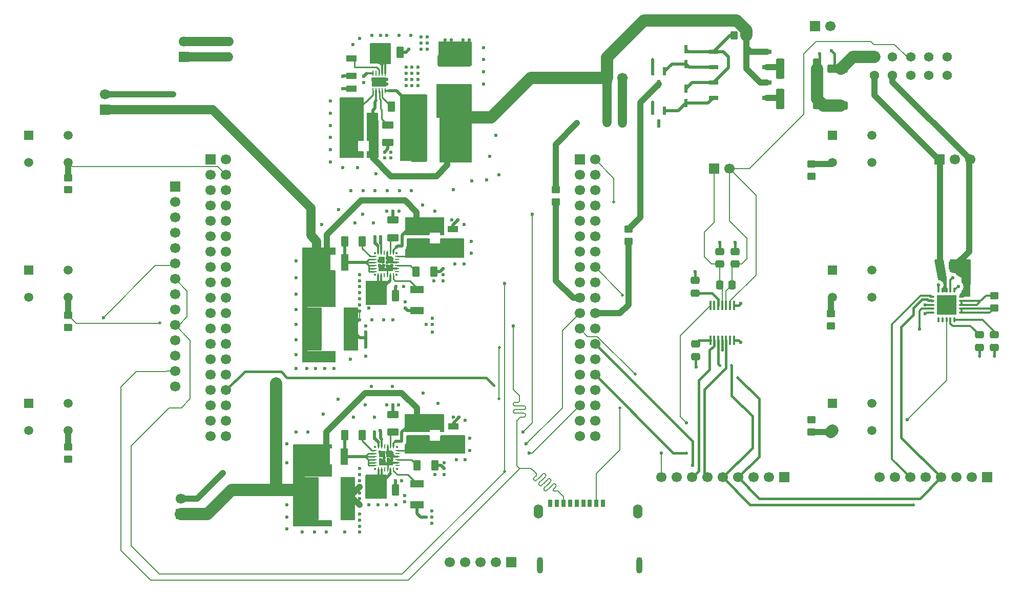
<source format=gbr>
%TF.GenerationSoftware,KiCad,Pcbnew,9.0.7*%
%TF.CreationDate,2026-02-03T11:04:18-04:00*%
%TF.ProjectId,power regulation,706f7765-7220-4726-9567-756c6174696f,1*%
%TF.SameCoordinates,Original*%
%TF.FileFunction,Copper,L1,Top*%
%TF.FilePolarity,Positive*%
%FSLAX46Y46*%
G04 Gerber Fmt 4.6, Leading zero omitted, Abs format (unit mm)*
G04 Created by KiCad (PCBNEW 9.0.7) date 2026-02-03 11:04:18*
%MOMM*%
%LPD*%
G01*
G04 APERTURE LIST*
G04 Aperture macros list*
%AMRoundRect*
0 Rectangle with rounded corners*
0 $1 Rounding radius*
0 $2 $3 $4 $5 $6 $7 $8 $9 X,Y pos of 4 corners*
0 Add a 4 corners polygon primitive as box body*
4,1,4,$2,$3,$4,$5,$6,$7,$8,$9,$2,$3,0*
0 Add four circle primitives for the rounded corners*
1,1,$1+$1,$2,$3*
1,1,$1+$1,$4,$5*
1,1,$1+$1,$6,$7*
1,1,$1+$1,$8,$9*
0 Add four rect primitives between the rounded corners*
20,1,$1+$1,$2,$3,$4,$5,0*
20,1,$1+$1,$4,$5,$6,$7,0*
20,1,$1+$1,$6,$7,$8,$9,0*
20,1,$1+$1,$8,$9,$2,$3,0*%
%AMFreePoly0*
4,1,14,0.628536,0.503536,0.630000,0.500000,0.630000,-0.625000,0.628536,-0.628536,0.625000,-0.630000,-0.500000,-0.630000,-0.503536,-0.628536,-0.505000,-0.625000,-0.505000,0.217000,-0.503536,0.220536,-0.220536,0.503536,-0.217000,0.505000,0.625000,0.505000,0.628536,0.503536,0.628536,0.503536,$1*%
G04 Aperture macros list end*
%TA.AperFunction,SMDPad,CuDef*%
%ADD10R,2.463800X7.112000*%
%TD*%
%TA.AperFunction,ComponentPad*%
%ADD11R,1.700000X1.700000*%
%TD*%
%TA.AperFunction,ComponentPad*%
%ADD12C,1.700000*%
%TD*%
%TA.AperFunction,SMDPad,CuDef*%
%ADD13R,1.803400X1.117600*%
%TD*%
%TA.AperFunction,SMDPad,CuDef*%
%ADD14RoundRect,0.250000X0.450000X-0.350000X0.450000X0.350000X-0.450000X0.350000X-0.450000X-0.350000X0*%
%TD*%
%TA.AperFunction,SMDPad,CuDef*%
%ADD15RoundRect,0.250000X-0.475000X0.337500X-0.475000X-0.337500X0.475000X-0.337500X0.475000X0.337500X0*%
%TD*%
%TA.AperFunction,SMDPad,CuDef*%
%ADD16R,0.584200X1.473200*%
%TD*%
%TA.AperFunction,SMDPad,CuDef*%
%ADD17R,1.168400X2.692400*%
%TD*%
%TA.AperFunction,SMDPad,CuDef*%
%ADD18RoundRect,0.150000X0.450000X0.760000X-0.450000X0.760000X-0.450000X-0.760000X0.450000X-0.760000X0*%
%TD*%
%TA.AperFunction,SMDPad,CuDef*%
%ADD19R,1.770000X1.050000*%
%TD*%
%TA.AperFunction,ComponentPad*%
%ADD20R,1.508000X1.508000*%
%TD*%
%TA.AperFunction,ComponentPad*%
%ADD21C,1.508000*%
%TD*%
%TA.AperFunction,SMDPad,CuDef*%
%ADD22R,1.050000X1.770000*%
%TD*%
%TA.AperFunction,SMDPad,CuDef*%
%ADD23RoundRect,0.249999X1.425001X-0.450001X1.425001X0.450001X-1.425001X0.450001X-1.425001X-0.450001X0*%
%TD*%
%TA.AperFunction,SMDPad,CuDef*%
%ADD24R,2.300000X1.250000*%
%TD*%
%TA.AperFunction,SMDPad,CuDef*%
%ADD25RoundRect,0.250000X2.510000X-0.750000X2.510000X0.750000X-2.510000X0.750000X-2.510000X-0.750000X0*%
%TD*%
%TA.AperFunction,SMDPad,CuDef*%
%ADD26RoundRect,0.250000X-0.350000X-0.450000X0.350000X-0.450000X0.350000X0.450000X-0.350000X0.450000X0*%
%TD*%
%TA.AperFunction,SMDPad,CuDef*%
%ADD27R,0.508000X1.320800*%
%TD*%
%TA.AperFunction,SMDPad,CuDef*%
%ADD28R,1.117600X1.803400*%
%TD*%
%TA.AperFunction,SMDPad,CuDef*%
%ADD29RoundRect,0.150000X-0.760000X0.450000X-0.760000X-0.450000X0.760000X-0.450000X0.760000X0.450000X0*%
%TD*%
%TA.AperFunction,SMDPad,CuDef*%
%ADD30RoundRect,0.145000X-0.435000X-0.740000X0.435000X-0.740000X0.435000X0.740000X-0.435000X0.740000X0*%
%TD*%
%TA.AperFunction,SMDPad,CuDef*%
%ADD31R,1.770000X1.140000*%
%TD*%
%TA.AperFunction,SMDPad,CuDef*%
%ADD32R,1.650000X0.700000*%
%TD*%
%TA.AperFunction,SMDPad,CuDef*%
%ADD33RoundRect,0.040000X0.380000X0.120000X-0.380000X0.120000X-0.380000X-0.120000X0.380000X-0.120000X0*%
%TD*%
%TA.AperFunction,SMDPad,CuDef*%
%ADD34RoundRect,0.040000X0.120000X0.380000X-0.120000X0.380000X-0.120000X-0.380000X0.120000X-0.380000X0*%
%TD*%
%TA.AperFunction,SMDPad,CuDef*%
%ADD35R,3.250000X3.250000*%
%TD*%
%TA.AperFunction,SMDPad,CuDef*%
%ADD36RoundRect,0.250000X0.475000X-0.337500X0.475000X0.337500X-0.475000X0.337500X-0.475000X-0.337500X0*%
%TD*%
%TA.AperFunction,SMDPad,CuDef*%
%ADD37RoundRect,0.145000X0.435000X0.740000X-0.435000X0.740000X-0.435000X-0.740000X0.435000X-0.740000X0*%
%TD*%
%TA.AperFunction,SMDPad,CuDef*%
%ADD38RoundRect,0.249999X-0.450001X-1.425001X0.450001X-1.425001X0.450001X1.425001X-0.450001X1.425001X0*%
%TD*%
%TA.AperFunction,SMDPad,CuDef*%
%ADD39R,0.700000X1.200000*%
%TD*%
%TA.AperFunction,ComponentPad*%
%ADD40O,1.550000X2.350000*%
%TD*%
%TA.AperFunction,ComponentPad*%
%ADD41O,1.050000X2.700000*%
%TD*%
%TA.AperFunction,SMDPad,CuDef*%
%ADD42RoundRect,0.250000X0.337500X0.475000X-0.337500X0.475000X-0.337500X-0.475000X0.337500X-0.475000X0*%
%TD*%
%TA.AperFunction,SMDPad,CuDef*%
%ADD43R,1.770000X1.130000*%
%TD*%
%TA.AperFunction,SMDPad,CuDef*%
%ADD44RoundRect,0.250000X-0.450000X0.350000X-0.450000X-0.350000X0.450000X-0.350000X0.450000X0.350000X0*%
%TD*%
%TA.AperFunction,SMDPad,CuDef*%
%ADD45R,0.250000X0.700000*%
%TD*%
%TA.AperFunction,SMDPad,CuDef*%
%ADD46R,0.700000X0.250000*%
%TD*%
%TA.AperFunction,SMDPad,CuDef*%
%ADD47FreePoly0,270.000000*%
%TD*%
%TA.AperFunction,SMDPad,CuDef*%
%ADD48R,1.125000X1.125000*%
%TD*%
%TA.AperFunction,SMDPad,CuDef*%
%ADD49R,0.375000X0.375000*%
%TD*%
%TA.AperFunction,SMDPad,CuDef*%
%ADD50R,0.254000X0.812800*%
%TD*%
%TA.AperFunction,SMDPad,CuDef*%
%ADD51R,2.483491X1.558110*%
%TD*%
%TA.AperFunction,ComponentPad*%
%ADD52C,1.574800*%
%TD*%
%TA.AperFunction,SMDPad,CuDef*%
%ADD53RoundRect,0.150000X0.760000X-0.450000X0.760000X0.450000X-0.760000X0.450000X-0.760000X-0.450000X0*%
%TD*%
%TA.AperFunction,SMDPad,CuDef*%
%ADD54RoundRect,0.051250X-0.153750X0.698750X-0.153750X-0.698750X0.153750X-0.698750X0.153750X0.698750X0*%
%TD*%
%TA.AperFunction,SMDPad,CuDef*%
%ADD55RoundRect,0.150000X-0.450000X-0.760000X0.450000X-0.760000X0.450000X0.760000X-0.450000X0.760000X0*%
%TD*%
%TA.AperFunction,SMDPad,CuDef*%
%ADD56R,2.590800X7.289800*%
%TD*%
%TA.AperFunction,ViaPad*%
%ADD57C,0.600000*%
%TD*%
%TA.AperFunction,ViaPad*%
%ADD58C,0.500000*%
%TD*%
%TA.AperFunction,Conductor*%
%ADD59C,1.000000*%
%TD*%
%TA.AperFunction,Conductor*%
%ADD60C,2.000000*%
%TD*%
%TA.AperFunction,Conductor*%
%ADD61C,0.508000*%
%TD*%
%TA.AperFunction,Conductor*%
%ADD62C,0.200000*%
%TD*%
%TA.AperFunction,Conductor*%
%ADD63C,1.500000*%
%TD*%
%TA.AperFunction,Conductor*%
%ADD64C,0.300000*%
%TD*%
%TA.AperFunction,Conductor*%
%ADD65C,0.254000*%
%TD*%
%TA.AperFunction,Conductor*%
%ADD66C,1.016000*%
%TD*%
%TA.AperFunction,Conductor*%
%ADD67C,0.400000*%
%TD*%
%TA.AperFunction,Conductor*%
%ADD68C,1.524000*%
%TD*%
%TA.AperFunction,Conductor*%
%ADD69C,0.340000*%
%TD*%
%TA.AperFunction,Conductor*%
%ADD70C,0.500000*%
%TD*%
%TA.AperFunction,Conductor*%
%ADD71C,0.350000*%
%TD*%
%TA.AperFunction,Conductor*%
%ADD72C,0.203200*%
%TD*%
G04 APERTURE END LIST*
D10*
%TO.P,C18,2*%
%TO.N,GND*%
X125573400Y-124500000D03*
%TO.P,C18,1*%
%TO.N,/5V*%
X119426600Y-124500000D03*
%TD*%
%TO.P,C28,1*%
%TO.N,/3.3V*%
X119926600Y-96500000D03*
%TO.P,C28,2*%
%TO.N,GND*%
X126073400Y-96500000D03*
%TD*%
D11*
%TO.P,STM_CN10,1*%
%TO.N,WAKE*%
X163862500Y-68500000D03*
D12*
%TO.P,STM_CN10,2*%
%TO.N,SD_CS*%
X166402500Y-68500000D03*
%TO.P,STM_CN10,3*%
%TO.N,N/C*%
X163862500Y-71040000D03*
%TO.P,STM_CN10,4*%
%TO.N,B4*%
X166402500Y-71040000D03*
%TO.P,STM_CN10,5*%
%TO.N,N/C*%
X163862500Y-73580000D03*
%TO.P,STM_CN10,6*%
%TO.N,RTD_CS*%
X166402500Y-73580000D03*
%TO.P,STM_CN10,7*%
%TO.N,N/C*%
X163862500Y-76120000D03*
%TO.P,STM_CN10,8*%
X166402500Y-76120000D03*
%TO.P,STM_CN10,9*%
%TO.N,GND*%
X163862500Y-78660000D03*
%TO.P,STM_CN10,10*%
%TO.N,N/C*%
X166402500Y-78660000D03*
%TO.P,STM_CN10,11*%
%TO.N,DISPL_SCK*%
X163862500Y-81200000D03*
%TO.P,STM_CN10,12*%
%TO.N,N/C*%
X166402500Y-81200000D03*
%TO.P,STM_CN10,13*%
%TO.N,TOUCH_MISO*%
X163862500Y-83740000D03*
%TO.P,STM_CN10,14*%
%TO.N,N/C*%
X166402500Y-83740000D03*
%TO.P,STM_CN10,15*%
%TO.N,DISPL_MOSI*%
X163862500Y-86280000D03*
%TO.P,STM_CN10,16*%
%TO.N,B5*%
X166402500Y-86280000D03*
%TO.P,STM_CN10,17*%
%TO.N,N/C*%
X163862500Y-88820000D03*
%TO.P,STM_CN10,18*%
X166402500Y-88820000D03*
%TO.P,STM_CN10,19*%
%TO.N,EXCIT2*%
X163862500Y-91360000D03*
%TO.P,STM_CN10,20*%
%TO.N,GND*%
X166402500Y-91360000D03*
%TO.P,STM_CN10,21*%
%TO.N,TX*%
X163862500Y-93900000D03*
%TO.P,STM_CN10,22*%
%TO.N,EXCIT1*%
X166402500Y-93900000D03*
%TO.P,STM_CN10,23*%
%TO.N,B6*%
X163862500Y-96440000D03*
%TO.P,STM_CN10,24*%
%TO.N,N/C*%
X166402500Y-96440000D03*
%TO.P,STM_CN10,25*%
X163862500Y-98980000D03*
%TO.P,STM_CN10,26*%
%TO.N,MAX_SDI*%
X166402500Y-98980000D03*
%TO.P,STM_CN10,27*%
%TO.N,N/C*%
X163862500Y-101520000D03*
%TO.P,STM_CN10,28*%
%TO.N,MAX_SDO*%
X166402500Y-101520000D03*
%TO.P,STM_CN10,29*%
%TO.N,N/C*%
X163862500Y-104060000D03*
%TO.P,STM_CN10,30*%
%TO.N,MAX_SCK*%
X166402500Y-104060000D03*
%TO.P,STM_CN10,31*%
%TO.N,N/C*%
X163862500Y-106600000D03*
%TO.P,STM_CN10,32*%
X166402500Y-106600000D03*
%TO.P,STM_CN10,33*%
%TO.N,RX*%
X163862500Y-109140000D03*
%TO.P,STM_CN10,34*%
%TO.N,B3*%
X166402500Y-109140000D03*
%TO.P,STM_CN10,35*%
%TO.N,N/C*%
X163862500Y-111680000D03*
%TO.P,STM_CN10,36*%
X166402500Y-111680000D03*
%TO.P,STM_CN10,37*%
X163862500Y-114220000D03*
%TO.P,STM_CN10,38*%
X166402500Y-114220000D03*
%TD*%
D11*
%TO.P,J1,1,Pin_1*%
%TO.N,/8V*%
X168412500Y-55000000D03*
D12*
%TO.P,J1,2,Pin_2*%
%TO.N,GND*%
X170952500Y-55000000D03*
%TD*%
D13*
%TO.P,C26,1*%
%TO.N,/3.3V*%
X139912500Y-80001400D03*
%TO.P,C26,2*%
%TO.N,/FB2*%
X139912500Y-82998600D03*
%TD*%
D14*
%TO.P,RB2,1*%
%TO.N,/3.3V*%
X79337500Y-96250000D03*
%TO.P,RB2,2*%
%TO.N,B2*%
X79337500Y-94250000D03*
%TD*%
D15*
%TO.P,C40,1*%
%TO.N,/3.3V*%
X229912500Y-97462500D03*
%TO.P,C40,2*%
%TO.N,GND*%
X229912500Y-99537500D03*
%TD*%
D16*
%TO.P,M1,1*%
%TO.N,SSRin-1*%
X177862501Y-53933200D03*
%TO.P,M1,2*%
%TO.N,GND*%
X175962499Y-53933200D03*
%TO.P,M1,3*%
%TO.N,MOSFETGait2*%
X176912500Y-56066800D03*
%TD*%
D17*
%TO.P,L1,1,1*%
%TO.N,/SW1*%
X124932700Y-117557500D03*
%TO.P,L1,2,2*%
%TO.N,/5V*%
X121986300Y-117557500D03*
%TD*%
D18*
%TO.P,C13,1*%
%TO.N,GND*%
X133419500Y-123057500D03*
%TO.P,C13,2*%
%TO.N,/Pin*%
X130499500Y-123057500D03*
%TD*%
D11*
%TO.P,+ Ref_Res -,1*%
%TO.N,HeaterPre*%
X202725000Y-46500000D03*
D12*
%TO.P,+ Ref_Res -,2*%
%TO.N,Heater+*%
X205265000Y-46500000D03*
%TD*%
D19*
%TO.P,R23,1*%
%TO.N,/FB2*%
X142912500Y-82970000D03*
%TO.P,R23,2*%
%TO.N,GND*%
X142912500Y-80000000D03*
%TD*%
D20*
%TO.P,PB-5,1*%
%TO.N,GND*%
X205662500Y-86750000D03*
D21*
%TO.P,PB-5,2*%
%TO.N,N/C*%
X212162500Y-86750000D03*
%TO.P,PB-5,3*%
%TO.N,B5*%
X205662500Y-91250000D03*
%TO.P,PB-5,4*%
%TO.N,N/C*%
X212162500Y-91250000D03*
%TD*%
D22*
%TO.P,R32,1*%
%TO.N,/8V*%
X129647500Y-62750000D03*
%TO.P,R32,2*%
%TO.N,/FB3*%
X126677500Y-62750000D03*
%TD*%
D23*
%TO.P,Rref,1*%
%TO.N,HeaterPre*%
X206500000Y-59550000D03*
%TO.P,Rref,2*%
%TO.N,Heater+*%
X206500000Y-53450000D03*
%TD*%
D24*
%TO.P,R11,1*%
%TO.N,Net-(U1-RT)*%
X136959500Y-122057500D03*
%TO.P,R11,2*%
%TO.N,GND*%
X136959500Y-125507500D03*
%TD*%
D25*
%TO.P,C31,1*%
%TO.N,/8V*%
X143162500Y-57355000D03*
%TO.P,C31,2*%
%TO.N,GND*%
X143162500Y-52145000D03*
%TD*%
D11*
%TO.P,RTD,1*%
%TO.N,RTD-*%
X223332500Y-68500000D03*
D12*
%TO.P,RTD,2*%
%TO.N,RTDSens*%
X225872500Y-68500000D03*
%TO.P,RTD,3*%
%TO.N,RTD+*%
X228412500Y-68500000D03*
%TD*%
D13*
%TO.P,C16,1*%
%TO.N,/5V*%
X139959500Y-112558900D03*
%TO.P,C16,2*%
%TO.N,/FB1*%
X139959500Y-115556100D03*
%TD*%
D26*
%TO.P,R_sink3,1*%
%TO.N,SSRin+*%
X189412500Y-48000000D03*
%TO.P,R_sink3,2*%
%TO.N,/8V*%
X191412500Y-48000000D03*
%TD*%
D20*
%TO.P,PB-4,1*%
%TO.N,GND*%
X205662500Y-64500000D03*
D21*
%TO.P,PB-4,2*%
%TO.N,N/C*%
X212162500Y-64500000D03*
%TO.P,PB-4,3*%
%TO.N,B4*%
X205662500Y-69000000D03*
%TO.P,PB-4,4*%
%TO.N,N/C*%
X212162500Y-69000000D03*
%TD*%
D27*
%TO.P,D2,1*%
%TO.N,SSRin+*%
X181412500Y-56806200D03*
%TO.P,D2,2*%
%TO.N,SSRin-2*%
X181412500Y-59193800D03*
%TD*%
D11*
%TO.P,MAX31856,1*%
%TO.N,/3.3V*%
X197660000Y-121000000D03*
D12*
%TO.P,MAX31856,2*%
%TO.N,N/C*%
X195120000Y-121000000D03*
%TO.P,MAX31856,3*%
%TO.N,GND*%
X192580000Y-121000000D03*
%TO.P,MAX31856,4*%
%TO.N,MAX_SCK*%
X190040000Y-121000000D03*
%TO.P,MAX31856,5*%
%TO.N,MAX_SDO*%
X187500000Y-121000000D03*
%TO.P,MAX31856,6*%
%TO.N,MAX_SDI*%
X184960000Y-121000000D03*
%TO.P,MAX31856,7*%
%TO.N,Therm_CS*%
X182420000Y-121000000D03*
%TO.P,MAX31856,8*%
%TO.N,N/C*%
X179880000Y-121000000D03*
%TO.P,MAX31856,9*%
%TO.N,thermDRDY*%
X177340000Y-121000000D03*
%TD*%
D14*
%TO.P,R_sink2,1*%
%TO.N,EXCIT2*%
X159912500Y-75500000D03*
%TO.P,R_sink2,2*%
%TO.N,MOSFETGait1*%
X159912500Y-73500000D03*
%TD*%
D15*
%TO.P,C35,1*%
%TO.N,GND*%
X182912500Y-88462500D03*
%TO.P,C35,2*%
%TO.N,/3.3V*%
X182912500Y-90537500D03*
%TD*%
D28*
%TO.P,C32,1*%
%TO.N,/8V*%
X129661100Y-66250000D03*
%TO.P,C32,2*%
%TO.N,/FB3*%
X126663900Y-66250000D03*
%TD*%
D20*
%TO.P,PB-6,1*%
%TO.N,GND*%
X205662500Y-108750000D03*
D21*
%TO.P,PB-6,2*%
%TO.N,N/C*%
X212162500Y-108750000D03*
%TO.P,PB-6,3*%
%TO.N,B6*%
X205662500Y-113250000D03*
%TO.P,PB-6,4*%
%TO.N,N/C*%
X212162500Y-113250000D03*
%TD*%
D29*
%TO.P,C17,1*%
%TO.N,GND*%
X132959500Y-110597500D03*
%TO.P,C17,2*%
%TO.N,Net-(U1-INTVCC)*%
X132959500Y-113517500D03*
%TD*%
D30*
%TO.P,C29,1*%
%TO.N,/SW2*%
X125047000Y-82000000D03*
%TO.P,C29,2*%
%TO.N,Net-(U2-BST)*%
X127953000Y-82000000D03*
%TD*%
D31*
%TO.P,R31,1*%
%TO.N,Net-(U3-RT)*%
X126162500Y-51810000D03*
%TO.P,R31,2*%
%TO.N,GND*%
X126162500Y-54690000D03*
%TD*%
D32*
%TO.P,U4,1*%
%TO.N,SSRin+*%
X185987500Y-50690000D03*
%TO.P,U4,2*%
%TO.N,SSRin-1*%
X185987500Y-53230000D03*
%TO.P,U4,3*%
%TO.N,SSRin+*%
X185987500Y-55770000D03*
%TO.P,U4,4*%
%TO.N,SSRin-2*%
X185987500Y-58310000D03*
%TO.P,U4,5*%
%TO.N,SSRout-2*%
X194837500Y-58310000D03*
%TO.P,U4,6*%
%TO.N,/8V*%
X194837500Y-55770000D03*
%TO.P,U4,7*%
%TO.N,SSRout-1*%
X194837500Y-53230000D03*
%TO.P,U4,8*%
%TO.N,/8V*%
X194837500Y-50690000D03*
%TD*%
D33*
%TO.P,U6,1*%
%TO.N,BIAS*%
X226935000Y-93800000D03*
%TO.P,U6,2*%
X226935000Y-93150000D03*
%TO.P,U6,3*%
%TO.N,ISENSOR*%
X226935000Y-92500000D03*
%TO.P,U6,4*%
X226935000Y-91850000D03*
%TO.P,U6,5*%
%TO.N,RTD+*%
X226935000Y-91200000D03*
D34*
%TO.P,U6,6*%
%TO.N,GND*%
X225800000Y-90065000D03*
%TO.P,U6,7*%
%TO.N,RTDSens*%
X225150000Y-90065000D03*
%TO.P,U6,8*%
%TO.N,RTD-*%
X224500000Y-90065000D03*
%TO.P,U6,9*%
X223850000Y-90065000D03*
%TO.P,U6,10*%
%TO.N,GND*%
X223200000Y-90065000D03*
D33*
%TO.P,U6,11*%
%TO.N,MAX_SDI*%
X222065000Y-91200000D03*
%TO.P,U6,12*%
%TO.N,MAX_SCK*%
X222065000Y-91850000D03*
%TO.P,U6,13*%
%TO.N,RTD_CS*%
X222065000Y-92500000D03*
%TO.P,U6,14*%
%TO.N,MAX_SDO*%
X222065000Y-93150000D03*
%TO.P,U6,15*%
%TO.N,GND*%
X222065000Y-93800000D03*
D34*
%TO.P,U6,16*%
%TO.N,N/C*%
X223200000Y-94935000D03*
%TO.P,U6,17*%
X223850000Y-94935000D03*
%TO.P,U6,18*%
%TO.N,RTDDRDY*%
X224500000Y-94935000D03*
%TO.P,U6,19*%
%TO.N,/3.3V*%
X225150000Y-94935000D03*
%TO.P,U6,20*%
X225800000Y-94935000D03*
D35*
%TO.P,U6,21*%
%TO.N,N/C*%
X224500000Y-92500000D03*
%TD*%
D36*
%TO.P,C39,1*%
%TO.N,GND*%
X232412500Y-99537500D03*
%TO.P,C39,2*%
%TO.N,/3.3V*%
X232412500Y-97462500D03*
%TD*%
D37*
%TO.P,C33,1*%
%TO.N,/SW3*%
X135615500Y-59750000D03*
%TO.P,C33,2*%
%TO.N,Net-(U3-BST)*%
X132709500Y-59750000D03*
%TD*%
D38*
%TO.P,Rh2,1*%
%TO.N,SSRout-2*%
X197000000Y-58500000D03*
%TO.P,Rh2,2*%
%TO.N,HeaterPre*%
X203100000Y-58500000D03*
%TD*%
D19*
%TO.P,R13,1*%
%TO.N,/FB1*%
X142959500Y-115541100D03*
%TO.P,R13,2*%
%TO.N,GND*%
X142959500Y-112571100D03*
%TD*%
D37*
%TO.P,C25,1*%
%TO.N,GND*%
X139750000Y-87000000D03*
%TO.P,C25,2*%
%TO.N,Net-(U2-TR{slash}SS)*%
X136844000Y-87000000D03*
%TD*%
D39*
%TO.P,SD_Reader,1*%
%TO.N,N/C*%
X167750000Y-125300000D03*
%TO.P,SD_Reader,2*%
%TO.N,SD_CS*%
X166650000Y-125300000D03*
%TO.P,SD_Reader,3*%
%TO.N,DISPL_MOSI*%
X165550000Y-125300000D03*
%TO.P,SD_Reader,4*%
%TO.N,/3.3V*%
X164450000Y-125300000D03*
%TO.P,SD_Reader,5*%
%TO.N,DISPL_SCK*%
X163350000Y-125300000D03*
%TO.P,SD_Reader,6*%
%TO.N,GND*%
X162250000Y-125300000D03*
%TO.P,SD_Reader,7*%
%TO.N,TOUCH_MISO*%
X161150000Y-125300000D03*
%TO.P,SD_Reader,8*%
%TO.N,N/C*%
X160050000Y-125300000D03*
%TO.P,SD_Reader,CD*%
X158950000Y-125300000D03*
D40*
%TO.P,SD_Reader,G1*%
%TO.N,GND*%
X157000000Y-126650000D03*
%TO.P,SD_Reader,G2*%
X173450000Y-126650000D03*
D41*
%TO.P,SD_Reader,G3*%
X157300000Y-135550000D03*
%TO.P,SD_Reader,G4*%
X173700000Y-135550000D03*
%TD*%
D15*
%TO.P,C30,1*%
%TO.N,/3.3V*%
X183000000Y-98962500D03*
%TO.P,C30,2*%
%TO.N,GND*%
X183000000Y-101037500D03*
%TD*%
D20*
%TO.P,PB-3,1*%
%TO.N,N/C*%
X72837500Y-108750000D03*
D21*
%TO.P,PB-3,2*%
%TO.N,GND*%
X79337500Y-108750000D03*
%TO.P,PB-3,3*%
%TO.N,N/C*%
X72837500Y-113250000D03*
%TO.P,PB-3,4*%
%TO.N,B3*%
X79337500Y-113250000D03*
%TD*%
D15*
%TO.P,C36,1*%
%TO.N,GND*%
X187012500Y-83692500D03*
%TO.P,C36,e*%
%TO.N,Thermocouple+*%
X187012500Y-85767500D03*
%TD*%
D38*
%TO.P,Rh1,1*%
%TO.N,SSRout-1*%
X197000000Y-53500000D03*
%TO.P,Rh1,2*%
%TO.N,HeaterPre*%
X203100000Y-53500000D03*
%TD*%
D11*
%TO.P,J3,1,Pin_1*%
%TO.N,/3.3V*%
X85385000Y-60275000D03*
D12*
%TO.P,J3,2,Pin_2*%
%TO.N,GND*%
X85385000Y-57735000D03*
%TD*%
D42*
%TO.P,C37,1*%
%TO.N,Thermocouple-*%
X189050000Y-89230000D03*
%TO.P,C37,2*%
%TO.N,Thermocouple+*%
X186975000Y-89230000D03*
%TD*%
D14*
%TO.P,RB1,1*%
%TO.N,/3.3V*%
X79337500Y-73500000D03*
%TO.P,RB1,2*%
%TO.N,B1*%
X79337500Y-71500000D03*
%TD*%
D11*
%TO.P,TFT_DISPLAY_Pinout,1*%
%TO.N,/3.3V*%
X97000000Y-72960000D03*
D12*
%TO.P,TFT_DISPLAY_Pinout,2*%
%TO.N,GND*%
X97000000Y-75500000D03*
%TO.P,TFT_DISPLAY_Pinout,3*%
%TO.N,DISPL_CS*%
X97000000Y-78040000D03*
%TO.P,TFT_DISPLAY_Pinout,4*%
%TO.N,DISPL_RST*%
X97000000Y-80580000D03*
%TO.P,TFT_DISPLAY_Pinout,5*%
%TO.N,DISPL_DC*%
X97000000Y-83120000D03*
%TO.P,TFT_DISPLAY_Pinout,6*%
%TO.N,DISPL_MOSI*%
X97000000Y-85660000D03*
%TO.P,TFT_DISPLAY_Pinout,7*%
%TO.N,DISPL_SCK*%
X97000000Y-88200000D03*
%TO.P,TFT_DISPLAY_Pinout,8*%
%TO.N,DISPL_LED*%
X97000000Y-90740000D03*
%TO.P,TFT_DISPLAY_Pinout,9*%
%TO.N,N/C*%
X97000000Y-93280000D03*
%TO.P,TFT_DISPLAY_Pinout,10*%
%TO.N,DISPL_SCK*%
X97000000Y-95820000D03*
%TO.P,TFT_DISPLAY_Pinout,11*%
%TO.N,N/C*%
X97000000Y-98360000D03*
%TO.P,TFT_DISPLAY_Pinout,12*%
X97000000Y-100900000D03*
%TO.P,TFT_DISPLAY_Pinout,13*%
%TO.N,TOUCH_MISO*%
X97000000Y-103440000D03*
%TO.P,TFT_DISPLAY_Pinout,14*%
%TO.N,N/C*%
X97000000Y-105980000D03*
%TD*%
D11*
%TO.P,MAX31865,1*%
%TO.N,/3.3V*%
X231200000Y-121000000D03*
D12*
%TO.P,MAX31865,2*%
%TO.N,GND*%
X228660000Y-121000000D03*
%TO.P,MAX31865,3*%
%TO.N,N/C*%
X226120000Y-121000000D03*
%TO.P,MAX31865,4*%
%TO.N,MAX_SCK*%
X223580000Y-121000000D03*
%TO.P,MAX31865,5*%
%TO.N,MAX_SDO*%
X221040000Y-121000000D03*
%TO.P,MAX31865,6*%
%TO.N,MAX_SDI*%
X218500000Y-121000000D03*
%TO.P,MAX31865,7*%
%TO.N,RTD_CS*%
X215960000Y-121000000D03*
%TO.P,MAX31865,8*%
%TO.N,RTDDRDY*%
X213420000Y-121000000D03*
%TD*%
D17*
%TO.P,L2,1,1*%
%TO.N,/SW2*%
X125000000Y-85500000D03*
%TO.P,L2,2,2*%
%TO.N,/3.3V*%
X122053600Y-85500000D03*
%TD*%
D11*
%TO.P,J2,1,Pin_1*%
%TO.N,/5V*%
X97912500Y-127040000D03*
D12*
%TO.P,J2,2,Pin_2*%
%TO.N,GND*%
X97912500Y-124500000D03*
%TD*%
D43*
%TO.P,R33,1*%
%TO.N,/FB3*%
X126162500Y-59670000D03*
%TO.P,R33,2*%
%TO.N,GND*%
X126162500Y-56830000D03*
%TD*%
D44*
%TO.P,Rref,1*%
%TO.N,ISENSOR*%
X232412500Y-91000000D03*
%TO.P,Rref,2*%
%TO.N,BIAS*%
X232412500Y-93000000D03*
%TD*%
D20*
%TO.P,PB-1,1*%
%TO.N,N/C*%
X72837500Y-64500000D03*
D21*
%TO.P,PB-1,2*%
%TO.N,GND*%
X79337500Y-64500000D03*
%TO.P,PB-1,3*%
%TO.N,N/C*%
X72837500Y-69000000D03*
%TO.P,PB-1,4*%
%TO.N,B1*%
X79337500Y-69000000D03*
%TD*%
D45*
%TO.P,U2,1,BIAS*%
%TO.N,/3.3V*%
X133062500Y-83850000D03*
%TO.P,U2,2,INTVCC*%
%TO.N,Net-(U2-INTVCC)*%
X132562500Y-83850000D03*
%TO.P,U2,3,GND*%
%TO.N,GND*%
X132062500Y-83850000D03*
%TO.P,U2,4,NC1*%
%TO.N,unconnected-(U2-NC1-Pad4)*%
X131562500Y-83850000D03*
%TO.P,U2,5,VIN*%
%TO.N,/Pin*%
X131062500Y-83850000D03*
%TO.P,U2,6,VIN__1*%
X130562500Y-83850000D03*
D46*
%TO.P,U2,7,BST*%
%TO.N,Net-(U2-BST)*%
X129912500Y-84500000D03*
%TO.P,U2,8,SW*%
%TO.N,/SW2*%
X129912500Y-85000000D03*
%TO.P,U2,9,SW__1*%
X129912500Y-85500000D03*
%TO.P,U2,10,SW__2*%
X129912500Y-86000000D03*
%TO.P,U2,11,SW__3*%
X129912500Y-86500000D03*
%TO.P,U2,12,SW__4*%
X129912500Y-87000000D03*
D45*
%TO.P,U2,13,VIN__2*%
%TO.N,/Pin*%
X130562500Y-87650000D03*
%TO.P,U2,14,VIN__3*%
X131062500Y-87650000D03*
%TO.P,U2,15,NC1__1*%
%TO.N,unconnected-(U2-NC1__1-Pad15)*%
X131562500Y-87650000D03*
%TO.P,U2,16,GND__1*%
%TO.N,GND*%
X132062500Y-87650000D03*
%TO.P,U2,17,EN*%
%TO.N,/Pin*%
X132562500Y-87650000D03*
%TO.P,U2,18,RT*%
%TO.N,Net-(U2-RT)*%
X133062500Y-87650000D03*
D46*
%TO.P,U2,19,CLKOUT*%
%TO.N,unconnected-(U2-CLKOUT-Pad19)*%
X133712500Y-87000000D03*
%TO.P,U2,20,SYNC/MODE*%
%TO.N,GND*%
X133712500Y-86500000D03*
%TO.P,U2,21,TR/SS*%
%TO.N,Net-(U2-TR{slash}SS)*%
X133712500Y-86000000D03*
%TO.P,U2,22,GND__2*%
%TO.N,GND*%
X133712500Y-85500000D03*
%TO.P,U2,23,PG*%
%TO.N,unconnected-(U2-PG-Pad23)*%
X133712500Y-85000000D03*
%TO.P,U2,24,FB*%
%TO.N,/FB2*%
X133712500Y-84500000D03*
D47*
%TO.P,U2,25,GND__3*%
%TO.N,GND*%
X132537500Y-85025000D03*
D48*
%TO.P,U2,26,GND__4*%
X132475000Y-86412500D03*
%TO.P,U2,27,GND__5*%
X131150000Y-85087500D03*
%TO.P,U2,28,GND__6*%
X131150000Y-86412500D03*
D49*
%TO.P,U2,29,NC2*%
%TO.N,unconnected-(U2-NC2-Pad29)*%
X133625000Y-83937500D03*
%TO.P,U2,30,NC2__1*%
%TO.N,unconnected-(U2-NC2__1-Pad30)*%
X133625000Y-87562500D03*
%TO.P,U2,31,NC2__2*%
%TO.N,unconnected-(U2-NC2__2-Pad31)*%
X130000000Y-83937500D03*
%TO.P,U2,32,NC2__3*%
%TO.N,unconnected-(U2-NC2__3-Pad32)*%
X130000000Y-87562500D03*
%TD*%
D50*
%TO.P,U3,1,VIN*%
%TO.N,/Pin*%
X131709500Y-54250000D03*
%TO.P,U3,2,EN/UV*%
X131209498Y-54250000D03*
%TO.P,U3,3,RT*%
%TO.N,Net-(U3-RT)*%
X130709499Y-54250000D03*
%TO.P,U3,4,PG*%
%TO.N,unconnected-(U3-PG-Pad4)*%
X130209500Y-54250000D03*
%TO.P,U3,5,SYNC*%
%TO.N,GND*%
X129709498Y-54250000D03*
%TO.P,U3,6,FB*%
%TO.N,/FB3*%
X129709498Y-57145600D03*
%TO.P,U3,7,BIAS*%
%TO.N,/8V*%
X130209500Y-57145600D03*
%TO.P,U3,8,INTVCC*%
%TO.N,Net-(U3-INTVCC)*%
X130709499Y-57145600D03*
%TO.P,U3,9,BST*%
%TO.N,Net-(U3-BST)*%
X131209498Y-57145600D03*
%TO.P,U3,10,SW*%
%TO.N,/SW3*%
X131709500Y-57145600D03*
D51*
%TO.P,U3,11,GND*%
%TO.N,GND*%
X130706647Y-55677906D03*
%TD*%
D52*
%TO.P,Connector,1*%
%TO.N,Heater+*%
X212572902Y-51564301D03*
%TO.P,Connector,2*%
%TO.N,GND*%
X215572901Y-51564301D03*
%TO.P,Connector,3*%
%TO.N,Thermocouple-*%
X218572900Y-51564301D03*
%TO.P,Connector,4*%
%TO.N,N/C*%
X221572899Y-51564301D03*
%TO.P,Connector,5*%
%TO.N,Thermocouple+*%
X224572898Y-51564301D03*
%TO.P,Connector,6*%
%TO.N,RTD-*%
X212572902Y-54564300D03*
%TO.P,Connector,7*%
%TO.N,RTD+*%
X215572901Y-54564300D03*
%TO.P,Connector,8*%
%TO.N,RTDSens*%
X218572900Y-54564300D03*
%TO.P,Connector,9*%
%TO.N,GND*%
X221572899Y-54564300D03*
%TO.P,Connector,10*%
%TO.N,N/C*%
X224572898Y-54564300D03*
%TD*%
D53*
%TO.P,C34,1*%
%TO.N,GND*%
X132162500Y-65710000D03*
%TO.P,C34,2*%
%TO.N,Net-(U3-INTVCC)*%
X132162500Y-62790000D03*
%TD*%
D18*
%TO.P,C23,1*%
%TO.N,GND*%
X133460000Y-91000000D03*
%TO.P,C23,2*%
%TO.N,/Pin*%
X130540000Y-91000000D03*
%TD*%
D19*
%TO.P,R12,1*%
%TO.N,/5V*%
X136959500Y-112571100D03*
%TO.P,R12,2*%
%TO.N,/FB1*%
X136959500Y-115541100D03*
%TD*%
D29*
%TO.P,C27,1*%
%TO.N,GND*%
X133000000Y-78500000D03*
%TO.P,C27,2*%
%TO.N,Net-(U2-INTVCC)*%
X133000000Y-81420000D03*
%TD*%
D11*
%TO.P,GPS_Pinout,1*%
%TO.N,/3.3V*%
X152580000Y-135000000D03*
D12*
%TO.P,GPS_Pinout,2*%
%TO.N,GND*%
X150040000Y-135000000D03*
%TO.P,GPS_Pinout,3*%
%TO.N,RX*%
X147500000Y-135000000D03*
%TO.P,GPS_Pinout,4*%
%TO.N,TX*%
X144960000Y-135000000D03*
%TO.P,GPS_Pinout,5*%
%TO.N,WAKE*%
X142420000Y-135000000D03*
%TD*%
D14*
%TO.P,RB3,1*%
%TO.N,/3.3V*%
X79337500Y-118000000D03*
%TO.P,RB3,2*%
%TO.N,B3*%
X79337500Y-116000000D03*
%TD*%
%TO.P,RB4,1*%
%TO.N,/3.3V*%
X202162500Y-71250000D03*
%TO.P,RB4,2*%
%TO.N,B4*%
X202162500Y-69250000D03*
%TD*%
D30*
%TO.P,C19,1*%
%TO.N,/SW1*%
X125006500Y-114057500D03*
%TO.P,C19,2*%
%TO.N,Net-(U1-BST)*%
X127912500Y-114057500D03*
%TD*%
D11*
%TO.P,Thermocouple,1*%
%TO.N,Thermocouple+*%
X186087500Y-70000000D03*
D12*
%TO.P,Thermocouple,2*%
%TO.N,Thermocouple-*%
X188627500Y-70000000D03*
%TD*%
D54*
%TO.P,U5,1*%
%TO.N,GND*%
X189362500Y-92615000D03*
%TO.P,U5,2*%
%TO.N,Thermocouple-*%
X188712500Y-92615000D03*
%TO.P,U5,3*%
X188062500Y-92615000D03*
%TO.P,U5,4*%
%TO.N,Thermocouple+*%
X187412500Y-92615000D03*
%TO.P,U5,5*%
%TO.N,/3.3V*%
X186762500Y-92615000D03*
%TO.P,U5,6*%
%TO.N,N/C*%
X186112500Y-92615000D03*
%TO.P,U5,7*%
%TO.N,thermDRDY*%
X185462500Y-92615000D03*
%TO.P,U5,8*%
%TO.N,/3.3V*%
X185462500Y-98385000D03*
%TO.P,U5,9*%
%TO.N,Therm_CS*%
X186112500Y-98385000D03*
%TO.P,U5,10*%
%TO.N,MAX_SCK*%
X186762500Y-98385000D03*
%TO.P,U5,11*%
%TO.N,MAX_SDO*%
X187412500Y-98385000D03*
%TO.P,U5,12*%
%TO.N,MAX_SDI*%
X188062500Y-98385000D03*
%TO.P,U5,13*%
%TO.N,N/C*%
X188712500Y-98385000D03*
%TO.P,U5,14*%
%TO.N,GND*%
X189362500Y-98385000D03*
%TD*%
D24*
%TO.P,R21,1*%
%TO.N,Net-(U2-RT)*%
X137000000Y-90000000D03*
%TO.P,R21,2*%
%TO.N,GND*%
X137000000Y-93450000D03*
%TD*%
D20*
%TO.P,PB-2,1*%
%TO.N,N/C*%
X72837500Y-86750000D03*
D21*
%TO.P,PB-2,2*%
%TO.N,GND*%
X79337500Y-86750000D03*
%TO.P,PB-2,3*%
%TO.N,N/C*%
X72837500Y-91250000D03*
%TO.P,PB-2,4*%
%TO.N,B2*%
X79337500Y-91250000D03*
%TD*%
D11*
%TO.P,J1,1,Pin_1*%
%TO.N,/Pin*%
X98412500Y-51540000D03*
D12*
%TO.P,J1,2,Pin_2*%
%TO.N,GND*%
X98412500Y-49000000D03*
%TD*%
D37*
%TO.P,C15,1*%
%TO.N,GND*%
X139912500Y-119057500D03*
%TO.P,C15,2*%
%TO.N,Net-(U1-TR{slash}SS)*%
X137006500Y-119057500D03*
%TD*%
D14*
%TO.P,RB5,1*%
%TO.N,/3.3V*%
X205412500Y-96000000D03*
%TO.P,RB5,2*%
%TO.N,B5*%
X205412500Y-94000000D03*
%TD*%
D55*
%TO.P,C1,1*%
%TO.N,/Pin*%
X131249500Y-50750000D03*
%TO.P,C1,2*%
%TO.N,GND*%
X134169500Y-50750000D03*
%TD*%
D16*
%TO.P,M2,1*%
%TO.N,SSRin-2*%
X177862501Y-60433200D03*
%TO.P,M2,2*%
%TO.N,GND*%
X175962499Y-60433200D03*
%TO.P,M2,3*%
%TO.N,MOSFETGait1*%
X176912500Y-62566800D03*
%TD*%
D44*
%TO.P,RB6,1*%
%TO.N,/3.3V*%
X202162500Y-111500000D03*
%TO.P,RB6,2*%
%TO.N,B6*%
X202162500Y-113500000D03*
%TD*%
D19*
%TO.P,R22,1*%
%TO.N,/3.3V*%
X136912500Y-80015000D03*
%TO.P,R22,2*%
%TO.N,/FB2*%
X136912500Y-82985000D03*
%TD*%
D14*
%TO.P,R_sink1,1*%
%TO.N,EXCIT1*%
X171912500Y-82000000D03*
%TO.P,R_sink1,2*%
%TO.N,MOSFETGait2*%
X171912500Y-80000000D03*
%TD*%
D42*
%TO.P,C41,1*%
%TO.N,RTD+*%
X225450000Y-86000000D03*
%TO.P,C41,2*%
%TO.N,RTD-*%
X223375000Y-86000000D03*
%TD*%
D56*
%TO.P,L3,1,1*%
%TO.N,/SW3*%
X137313000Y-65250000D03*
%TO.P,L3,2,2*%
%TO.N,/8V*%
X142012000Y-65250000D03*
%TD*%
D27*
%TO.P,D1,1*%
%TO.N,SSRin+*%
X181412500Y-50306200D03*
%TO.P,D1,2*%
%TO.N,SSRin-1*%
X181412500Y-52693800D03*
%TD*%
D36*
%TO.P,C38,1*%
%TO.N,Thermocouple-*%
X189512500Y-85767500D03*
%TO.P,C38,2*%
%TO.N,GND*%
X189512500Y-83692500D03*
%TD*%
D11*
%TO.P,STM_CN7,1*%
%TO.N,N/C*%
X102862500Y-68500000D03*
D12*
%TO.P,STM_CN7,2*%
X105402500Y-68500000D03*
%TO.P,STM_CN7,3*%
X102862500Y-71040000D03*
%TO.P,STM_CN7,4*%
%TO.N,B1*%
X105402500Y-71040000D03*
%TO.P,STM_CN7,5*%
%TO.N,N/C*%
X102862500Y-73580000D03*
%TO.P,STM_CN7,6*%
%TO.N,/5V*%
X105402500Y-73580000D03*
%TO.P,STM_CN7,7*%
%TO.N,N/C*%
X102862500Y-76120000D03*
%TO.P,STM_CN7,8*%
X105402500Y-76120000D03*
%TO.P,STM_CN7,9*%
X102862500Y-78660000D03*
%TO.P,STM_CN7,10*%
X105402500Y-78660000D03*
%TO.P,STM_CN7,11*%
X102862500Y-81200000D03*
%TO.P,STM_CN7,12*%
X105402500Y-81200000D03*
%TO.P,STM_CN7,13*%
X102862500Y-83740000D03*
%TO.P,STM_CN7,14*%
X105402500Y-83740000D03*
%TO.P,STM_CN7,15*%
X102862500Y-86280000D03*
%TO.P,STM_CN7,16*%
X105402500Y-86280000D03*
%TO.P,STM_CN7,17*%
X102862500Y-88820000D03*
%TO.P,STM_CN7,18*%
X105402500Y-88820000D03*
%TO.P,STM_CN7,19*%
X102862500Y-91360000D03*
%TO.P,STM_CN7,20*%
X105402500Y-91360000D03*
%TO.P,STM_CN7,21*%
X102862500Y-93900000D03*
%TO.P,STM_CN7,22*%
%TO.N,GND*%
X105402500Y-93900000D03*
%TO.P,STM_CN7,23*%
%TO.N,B2*%
X102862500Y-96440000D03*
%TO.P,STM_CN7,24*%
%TO.N,N/C*%
X105402500Y-96440000D03*
%TO.P,STM_CN7,25*%
X102862500Y-98980000D03*
%TO.P,STM_CN7,26*%
X105402500Y-98980000D03*
%TO.P,STM_CN7,27*%
X102862500Y-101520000D03*
%TO.P,STM_CN7,28*%
X105402500Y-101520000D03*
%TO.P,STM_CN7,29*%
X102862500Y-104060000D03*
%TO.P,STM_CN7,30*%
X105402500Y-104060000D03*
%TO.P,STM_CN7,31*%
X102862500Y-106600000D03*
%TO.P,STM_CN7,32*%
%TO.N,Therm_CS*%
X105402500Y-106600000D03*
%TO.P,STM_CN7,33*%
%TO.N,N/C*%
X102862500Y-109140000D03*
%TO.P,STM_CN7,34*%
X105402500Y-109140000D03*
%TO.P,STM_CN7,35*%
%TO.N,DISPL_RST*%
X102862500Y-111680000D03*
%TO.P,STM_CN7,36*%
%TO.N,DISPL_DC*%
X105402500Y-111680000D03*
%TO.P,STM_CN7,37*%
%TO.N,DISPL_CS*%
X102862500Y-114220000D03*
%TO.P,STM_CN7,38*%
%TO.N,DISPL_LED*%
X105402500Y-114220000D03*
%TD*%
D45*
%TO.P,U1,1,BIAS*%
%TO.N,/5V*%
X133109500Y-115907500D03*
%TO.P,U1,2,INTVCC*%
%TO.N,Net-(U1-INTVCC)*%
X132609500Y-115907500D03*
%TO.P,U1,3,GND*%
%TO.N,GND*%
X132109500Y-115907500D03*
%TO.P,U1,4,NC1*%
%TO.N,unconnected-(U1-NC1-Pad4)*%
X131609500Y-115907500D03*
%TO.P,U1,5,VIN*%
%TO.N,/Pin*%
X131109500Y-115907500D03*
%TO.P,U1,6,VIN__1*%
X130609500Y-115907500D03*
D46*
%TO.P,U1,7,BST*%
%TO.N,Net-(U1-BST)*%
X129959500Y-116557500D03*
%TO.P,U1,8,SW*%
%TO.N,/SW1*%
X129959500Y-117057500D03*
%TO.P,U1,9,SW__1*%
X129959500Y-117557500D03*
%TO.P,U1,10,SW__2*%
X129959500Y-118057500D03*
%TO.P,U1,11,SW__3*%
X129959500Y-118557500D03*
%TO.P,U1,12,SW__4*%
X129959500Y-119057500D03*
D45*
%TO.P,U1,13,VIN__2*%
%TO.N,/Pin*%
X130609500Y-119707500D03*
%TO.P,U1,14,VIN__3*%
X131109500Y-119707500D03*
%TO.P,U1,15,NC1__1*%
%TO.N,unconnected-(U1-NC1__1-Pad15)*%
X131609500Y-119707500D03*
%TO.P,U1,16,GND__1*%
%TO.N,GND*%
X132109500Y-119707500D03*
%TO.P,U1,17,EN*%
%TO.N,/Pin*%
X132609500Y-119707500D03*
%TO.P,U1,18,RT*%
%TO.N,Net-(U1-RT)*%
X133109500Y-119707500D03*
D46*
%TO.P,U1,19,CLKOUT*%
%TO.N,unconnected-(U1-CLKOUT-Pad19)*%
X133759500Y-119057500D03*
%TO.P,U1,20,SYNC/MODE*%
%TO.N,GND*%
X133759500Y-118557500D03*
%TO.P,U1,21,TR/SS*%
%TO.N,Net-(U1-TR{slash}SS)*%
X133759500Y-118057500D03*
%TO.P,U1,22,GND__2*%
%TO.N,GND*%
X133759500Y-117557500D03*
%TO.P,U1,23,PG*%
%TO.N,unconnected-(U1-PG-Pad23)*%
X133759500Y-117057500D03*
%TO.P,U1,24,FB*%
%TO.N,/FB1*%
X133759500Y-116557500D03*
D47*
%TO.P,U1,25,GND__3*%
%TO.N,GND*%
X132584500Y-117082500D03*
D48*
%TO.P,U1,26,GND__4*%
X132522000Y-118470000D03*
%TO.P,U1,27,GND__5*%
X131197000Y-117145000D03*
%TO.P,U1,28,GND__6*%
X131197000Y-118470000D03*
D49*
%TO.P,U1,29,NC2*%
%TO.N,unconnected-(U1-NC2-Pad29)*%
X133672000Y-115995000D03*
%TO.P,U1,30,NC2__1*%
%TO.N,unconnected-(U1-NC2__1-Pad30)*%
X133672000Y-119620000D03*
%TO.P,U1,31,NC2__2*%
%TO.N,unconnected-(U1-NC2__2-Pad31)*%
X130047000Y-115995000D03*
%TO.P,U1,32,NC2__3*%
%TO.N,unconnected-(U1-NC2__3-Pad32)*%
X130047000Y-119620000D03*
%TD*%
D57*
%TO.N,GND*%
X129000000Y-125500000D03*
X130500000Y-125500000D03*
X132000000Y-125500000D03*
X148000000Y-50000000D03*
X148000000Y-52000000D03*
X148000000Y-54000000D03*
X128500000Y-96000000D03*
%TO.N,/Pin*%
X129500000Y-49500000D03*
%TO.N,GND*%
X120000000Y-130000000D03*
X123959500Y-108057500D03*
X132061226Y-85459968D03*
X128500000Y-97000000D03*
X126412500Y-49500000D03*
X132167190Y-117446624D03*
X127500000Y-88500000D03*
X132000000Y-77000000D03*
X129662500Y-55250000D03*
X148000000Y-56000000D03*
X137162500Y-56250000D03*
X102912500Y-49000000D03*
X141615500Y-49750000D03*
X117000000Y-100750000D03*
X130747633Y-85246027D03*
X139500000Y-97000000D03*
X127500000Y-48500000D03*
X132957606Y-117442802D03*
X115500000Y-129557500D03*
X104912500Y-120250000D03*
X128063000Y-73605000D03*
X145912500Y-84000000D03*
X132615500Y-67250000D03*
X127459500Y-123557500D03*
X223200000Y-89227050D03*
X187012500Y-82230000D03*
X115500000Y-125557500D03*
X128500000Y-98000000D03*
X130162500Y-70855000D03*
X126750000Y-79000000D03*
X133000000Y-77000000D03*
X96635000Y-57735000D03*
X139797000Y-88500000D03*
X145709500Y-116562500D03*
X127459500Y-129057500D03*
X135162500Y-55250000D03*
X135000000Y-93000000D03*
X149000000Y-68000000D03*
X127459500Y-122557500D03*
X142750000Y-78500000D03*
X130952355Y-86704946D03*
X127459500Y-120557500D03*
X189512500Y-82230000D03*
X134959500Y-125057500D03*
X130918209Y-116840815D03*
X136162500Y-54250000D03*
X137912500Y-76000000D03*
X127500000Y-92500000D03*
X139959500Y-120557500D03*
X129736680Y-56005963D03*
X115500000Y-118557500D03*
X138662500Y-49250000D03*
X145615500Y-48750000D03*
X144959500Y-111557500D03*
X124000000Y-76750000D03*
X131500000Y-86000000D03*
X131038303Y-117451962D03*
X143750000Y-78500000D03*
X136162500Y-55250000D03*
X92135000Y-57735000D03*
X117000000Y-98250000D03*
X226500000Y-89500000D03*
X130709499Y-55697800D03*
X138662500Y-48250000D03*
X132062500Y-84815462D03*
X132217897Y-118028415D03*
X118000000Y-130000000D03*
X134000000Y-77000000D03*
X135662500Y-50250000D03*
X170952500Y-62500000D03*
X129959500Y-111057500D03*
X143959500Y-111057500D03*
X115500000Y-127557500D03*
X132747517Y-85419134D03*
X137662500Y-49250000D03*
X136063000Y-73605000D03*
X127459500Y-121557500D03*
X127500000Y-90500000D03*
X143000000Y-73500000D03*
X132959500Y-109057500D03*
D58*
X175912500Y-59000000D03*
D57*
X136162500Y-53250000D03*
X127459500Y-128057500D03*
X134063000Y-73605000D03*
X142959500Y-111057500D03*
X138500000Y-95750000D03*
X127500000Y-95000000D03*
X146000000Y-72000000D03*
X133500000Y-125500000D03*
X144750000Y-85750000D03*
X131500000Y-95000000D03*
X128162500Y-55750000D03*
X132823706Y-118039090D03*
X141615500Y-48750000D03*
X132912500Y-106000000D03*
X221000000Y-94000000D03*
X132081242Y-86064443D03*
X103662500Y-121500000D03*
X132012000Y-56000000D03*
X131615500Y-67250000D03*
X133459500Y-121557500D03*
X115500000Y-115500000D03*
X122662500Y-58855000D03*
X118959500Y-113557500D03*
X132797800Y-86027145D03*
X137162500Y-53250000D03*
X135162500Y-53250000D03*
X143459500Y-118057500D03*
X127162500Y-69855000D03*
X137662500Y-50250000D03*
X127459500Y-127057500D03*
X124662500Y-56750000D03*
X131951020Y-118778337D03*
X131849059Y-86660912D03*
X127459500Y-119557500D03*
X190512500Y-98730000D03*
X132794350Y-118719624D03*
X132012000Y-55250000D03*
X123250000Y-103000000D03*
X141459500Y-120557500D03*
X144750000Y-79250000D03*
X105912500Y-49000000D03*
X139912500Y-77000000D03*
X117000000Y-93250000D03*
X170952500Y-59500000D03*
X131598744Y-117766876D03*
X145912500Y-82000000D03*
X131615500Y-68250000D03*
X127500000Y-89500000D03*
X134459500Y-121557500D03*
X117000000Y-85250000D03*
X130959500Y-118057500D03*
X144615500Y-49750000D03*
X130820251Y-86020408D03*
X130063000Y-73605000D03*
X141297000Y-88500000D03*
X133500000Y-89500000D03*
X132079121Y-116870171D03*
X132063000Y-73605000D03*
X136162500Y-56250000D03*
X121459500Y-110557500D03*
X127459500Y-124557500D03*
X122662500Y-60855000D03*
X126000000Y-101500000D03*
X128162500Y-54750000D03*
X132727631Y-116918209D03*
X127459500Y-125557500D03*
X139500000Y-95750000D03*
X128000000Y-77500000D03*
X140412500Y-108750000D03*
X128500000Y-101000000D03*
X134000000Y-48000000D03*
X124662500Y-54750000D03*
X117000000Y-103000000D03*
X145709500Y-114562500D03*
X144615500Y-48750000D03*
X122000000Y-130000000D03*
X133959500Y-109057500D03*
X122662500Y-62855000D03*
X134750000Y-89500000D03*
X94385000Y-57735000D03*
X132615500Y-68250000D03*
X144959500Y-118057500D03*
X137959500Y-107057500D03*
X143250000Y-85750000D03*
X126063000Y-73605000D03*
X128459500Y-109057500D03*
X125000000Y-130000000D03*
X117000000Y-88000000D03*
X118750000Y-103000000D03*
X142615500Y-49750000D03*
X170952500Y-61000000D03*
X137662500Y-48250000D03*
X127500000Y-87500000D03*
X128500000Y-99500000D03*
X133000000Y-95000000D03*
X141297000Y-87500000D03*
X117000000Y-95750000D03*
X116959500Y-113557500D03*
X138459500Y-127557500D03*
D58*
X232412500Y-101000000D03*
D57*
X150500000Y-71000000D03*
X135162500Y-56250000D03*
X117000000Y-90750000D03*
X131404710Y-85423940D03*
X135162500Y-54250000D03*
X138662500Y-50250000D03*
X129750000Y-79000000D03*
X134959500Y-124057500D03*
X139500000Y-94750000D03*
X126459500Y-111057500D03*
X102412500Y-122750000D03*
X132586825Y-86694597D03*
X121750000Y-103000000D03*
X131239221Y-84842142D03*
X137162500Y-54250000D03*
X137162500Y-55250000D03*
X141459500Y-118557500D03*
X127500000Y-91500000D03*
X142615500Y-48750000D03*
D58*
X162250000Y-125300000D03*
D57*
X139459500Y-127557500D03*
X122662500Y-66855000D03*
X141459500Y-119557500D03*
X131959500Y-109057500D03*
X130990266Y-118714287D03*
X136000000Y-48000000D03*
X141297000Y-86500000D03*
D58*
X175912500Y-52000000D03*
D57*
X150000000Y-64500000D03*
X121250000Y-79250000D03*
D58*
X229912500Y-101000000D03*
D57*
X145615500Y-49750000D03*
X127500000Y-93500000D03*
X104412500Y-49000000D03*
X127459500Y-130057500D03*
X129500000Y-95000000D03*
X122662500Y-64855000D03*
X182912500Y-87000000D03*
X124662500Y-69855000D03*
X132773786Y-84815462D03*
X131556044Y-118327316D03*
X122662500Y-68855000D03*
X139459500Y-126557500D03*
X135000000Y-92000000D03*
X139459500Y-128557500D03*
X183100000Y-102730000D03*
X120250000Y-103000000D03*
X129412500Y-106000000D03*
X190512500Y-92230000D03*
X148500000Y-71855000D03*
%TO.N,RTDSens*%
X225500000Y-88000000D03*
%TO.N,Heater+*%
X205500000Y-50500000D03*
D58*
%TO.N,MAX_SCK*%
X190000000Y-104500000D03*
X187000000Y-102500000D03*
X181500000Y-117000000D03*
%TO.N,MAX_SDO*%
X219000000Y-125500000D03*
X189000000Y-102500000D03*
D57*
X220051000Y-96500000D03*
D58*
X187412500Y-100000000D03*
D57*
%TO.N,MAX_SDI*%
X182500000Y-119000000D03*
D58*
%TO.N,MOSFETGait1*%
X176912500Y-62566800D03*
X163412500Y-62500000D03*
%TO.N,Therm_CS*%
X149706250Y-105793750D03*
D57*
%TO.N,RTD_CS*%
X221000000Y-92500000D03*
%TO.N,/Pin*%
X129959500Y-114557500D03*
X102912500Y-51500000D03*
%TO.N,GND*%
X131000000Y-48000000D03*
%TO.N,/Pin*%
X129000000Y-91000000D03*
X131000000Y-81250000D03*
X128959500Y-124057500D03*
X104412500Y-51500000D03*
X130912500Y-113250000D03*
X105872500Y-51500000D03*
%TO.N,GND*%
X132000000Y-48000000D03*
%TO.N,/Pin*%
X129662500Y-52250000D03*
X131000000Y-82250000D03*
X130959500Y-114250000D03*
X130000000Y-81250000D03*
X130000000Y-82250000D03*
X130459500Y-121057500D03*
X129500000Y-89000000D03*
%TO.N,GND*%
X129500000Y-48000000D03*
%TO.N,/Pin*%
X129000000Y-90000000D03*
X129959500Y-113557500D03*
X129662500Y-51250000D03*
X129459500Y-121057500D03*
X128959500Y-123057500D03*
X129000000Y-92000000D03*
X129662500Y-50500000D03*
X128959500Y-122057500D03*
X129000000Y-93000000D03*
X130500000Y-89000000D03*
D58*
%TO.N,/5V*%
X113662500Y-106250000D03*
X113662500Y-105500000D03*
X113662500Y-107000000D03*
%TO.N,/3.3V*%
X79337500Y-73500000D03*
X164450000Y-125300000D03*
X119162500Y-85750000D03*
X232412500Y-97462500D03*
X118912500Y-89000000D03*
X202162500Y-111500000D03*
X119162500Y-87500000D03*
X119162500Y-86750000D03*
X118912500Y-93500000D03*
X79337500Y-118000000D03*
X79337500Y-96250000D03*
X205412500Y-96000000D03*
X118912500Y-92000000D03*
X229912500Y-97462500D03*
X119162500Y-84500000D03*
X202162500Y-71250000D03*
X183000000Y-98962500D03*
X182912500Y-90537500D03*
X118912500Y-90500000D03*
D57*
%TO.N,/8V*%
X168452500Y-62460000D03*
X168452500Y-61000000D03*
X168452500Y-59500000D03*
D58*
%TO.N,DISPL_MOSI*%
X165550000Y-125300000D03*
D57*
X85125000Y-94625000D03*
D58*
X150571250Y-99571250D03*
X150500000Y-108000000D03*
%TO.N,DISPL_SCK*%
X163350000Y-125300000D03*
X151412500Y-120000000D03*
D57*
X151412500Y-89000000D03*
%TO.N,TOUCH_MISO*%
X152912500Y-96000000D03*
%TO.N,WAKE*%
X154512500Y-113500000D03*
X156000000Y-77500000D03*
D58*
%TO.N,B5*%
X170962500Y-90938750D03*
%TO.N,B6*%
X173025130Y-103974870D03*
D57*
%TO.N,RX*%
X155500000Y-117000000D03*
D58*
%TO.N,B2*%
X94500000Y-95500000D03*
D57*
%TO.N,TX*%
X155000000Y-115500000D03*
D58*
%TO.N,SD_CS*%
X170500000Y-109500000D03*
X169500000Y-75500000D03*
D57*
%TO.N,HeaterPre*%
X203500000Y-51000000D03*
%TO.N,thermDRDY*%
X177340000Y-117000000D03*
X181500000Y-112000000D03*
%TO.N,RTDDRDY*%
X218000000Y-111500000D03*
%TD*%
D59*
%TO.N,GND*%
X126402000Y-124500000D02*
X127459500Y-125557500D01*
X125573400Y-124500000D02*
X126402000Y-124500000D01*
X127459500Y-122613900D02*
X127459500Y-122557500D01*
X125573400Y-124500000D02*
X127459500Y-122613900D01*
D60*
%TO.N,/5V*%
X117984100Y-123057500D02*
X113662500Y-123057500D01*
X119426600Y-124500000D02*
X117984100Y-123057500D01*
%TO.N,/8V*%
X155750000Y-55000000D02*
X168412500Y-55000000D01*
X149250000Y-61500000D02*
X155750000Y-55000000D01*
X145000000Y-61500000D02*
X149250000Y-61500000D01*
D61*
%TO.N,GND*%
X143162500Y-52145000D02*
X143220500Y-52145000D01*
X143162500Y-52145000D02*
X143162500Y-51297000D01*
D62*
X127500000Y-95073400D02*
X126073400Y-96500000D01*
X127500000Y-93500000D02*
X127500000Y-95073400D01*
D61*
X128500000Y-98000000D02*
X128500000Y-99500000D01*
X128426600Y-97926600D02*
X127500000Y-97926600D01*
X128500000Y-98000000D02*
X128426600Y-97926600D01*
X128500000Y-98000000D02*
X128500000Y-97000000D01*
X127500000Y-97926600D02*
X126073400Y-96500000D01*
D63*
%TO.N,/3.3V*%
X103187500Y-60275000D02*
X85385000Y-60275000D01*
X119412500Y-81000000D02*
X119412500Y-76500000D01*
X119412500Y-76500000D02*
X103187500Y-60275000D01*
X120395000Y-81982500D02*
X119412500Y-81000000D01*
X120395000Y-86000000D02*
X120395000Y-81982500D01*
D62*
%TO.N,GND*%
X132586825Y-86524325D02*
X132586825Y-86694597D01*
D64*
X223200000Y-90065000D02*
X223200000Y-89227050D01*
D65*
X132109500Y-119707500D02*
X132109500Y-118882500D01*
D62*
X132062500Y-86562500D02*
X132000000Y-86500000D01*
D66*
X102412500Y-122750000D02*
X103662500Y-121500000D01*
D61*
X133419500Y-123057500D02*
X133419500Y-121597500D01*
D64*
X222065000Y-93800000D02*
X221200000Y-93800000D01*
D65*
X132062500Y-87650000D02*
X132062500Y-86562500D01*
D67*
X189362500Y-98385000D02*
X190167500Y-98385000D01*
D66*
X97912500Y-124500000D02*
X100662500Y-124500000D01*
D61*
X128662500Y-54250000D02*
X128162500Y-54750000D01*
X132959500Y-110597500D02*
X132959500Y-109057500D01*
X133000000Y-78500000D02*
X133000000Y-77000000D01*
D68*
X170952500Y-55000000D02*
X170952500Y-58500000D01*
D67*
X190127500Y-92615000D02*
X190512500Y-92230000D01*
D68*
X101912500Y-49000000D02*
X105912500Y-49000000D01*
D67*
X189362500Y-92615000D02*
X190127500Y-92615000D01*
D69*
X133759500Y-118557500D02*
X132609500Y-118557500D01*
D61*
X142912500Y-80000000D02*
X142912500Y-79337500D01*
X132162500Y-66703000D02*
X131615500Y-67250000D01*
X142959500Y-112057500D02*
X143959500Y-111057500D01*
X137557500Y-127557500D02*
X138459500Y-127557500D01*
D62*
X132109500Y-116607500D02*
X132584500Y-117082500D01*
D67*
X183000000Y-101037500D02*
X183000000Y-102630000D01*
D61*
X142912500Y-79337500D02*
X143750000Y-78500000D01*
X126162500Y-56830000D02*
X124742500Y-56830000D01*
D62*
X132062500Y-84937500D02*
X132000000Y-85000000D01*
D66*
X85385000Y-57735000D02*
X92135000Y-57735000D01*
D61*
X132162500Y-65710000D02*
X132162500Y-66703000D01*
X133460000Y-91000000D02*
X133460000Y-89540000D01*
X140797000Y-87000000D02*
X141297000Y-86500000D01*
D67*
X189512500Y-83692500D02*
X189512500Y-82230000D01*
D61*
X142959500Y-112571100D02*
X142959500Y-112057500D01*
D70*
X175962499Y-60433200D02*
X175962499Y-59049999D01*
D61*
X140959500Y-119057500D02*
X141459500Y-119557500D01*
D62*
X223205417Y-89221633D02*
X223200000Y-89227050D01*
D67*
X232412500Y-99537500D02*
X232412500Y-101000000D01*
D66*
X92135000Y-57735000D02*
X94385000Y-57735000D01*
D62*
X132609500Y-118557500D02*
X132522000Y-118470000D01*
D61*
X135162500Y-50750000D02*
X135662500Y-50250000D01*
D69*
X133712500Y-85500000D02*
X132500000Y-85500000D01*
D61*
X139750000Y-87000000D02*
X140797000Y-87000000D01*
X135450000Y-93450000D02*
X135000000Y-93000000D01*
D62*
X133460000Y-89540000D02*
X133500000Y-89500000D01*
D61*
X137000000Y-93450000D02*
X135450000Y-93450000D01*
D67*
X229912500Y-99537500D02*
X229912500Y-101000000D01*
X190167500Y-98385000D02*
X190512500Y-98730000D01*
D62*
X133419500Y-121597500D02*
X133459500Y-121557500D01*
X132562500Y-86500000D02*
X132586825Y-86524325D01*
X124742500Y-56830000D02*
X124662500Y-56750000D01*
X124722500Y-54690000D02*
X124662500Y-54750000D01*
D67*
X187012500Y-83692500D02*
X187012500Y-82230000D01*
D66*
X103662500Y-121500000D02*
X104912500Y-120250000D01*
D61*
X134169500Y-50750000D02*
X135162500Y-50750000D01*
D70*
X175962499Y-52049999D02*
X175912500Y-52000000D01*
D69*
X129709498Y-54250000D02*
X128662500Y-54250000D01*
X133712500Y-86500000D02*
X132562500Y-86500000D01*
D64*
X221200000Y-93800000D02*
X221000000Y-94000000D01*
X226365000Y-89500000D02*
X226500000Y-89500000D01*
D70*
X175962499Y-53933200D02*
X175962499Y-52049999D01*
D69*
X132109500Y-115907500D02*
X132109500Y-116607500D01*
D70*
X175962499Y-59049999D02*
X175912500Y-59000000D01*
D61*
X136959500Y-126959500D02*
X137557500Y-127557500D01*
X126162500Y-54690000D02*
X124722500Y-54690000D01*
D64*
X225800000Y-90065000D02*
X226365000Y-89500000D01*
D62*
X132109500Y-118882500D02*
X132522000Y-118470000D01*
D69*
X132062500Y-83850000D02*
X132062500Y-84937500D01*
D61*
X136959500Y-125507500D02*
X136959500Y-126959500D01*
D66*
X100662500Y-124500000D02*
X102412500Y-122750000D01*
D68*
X98412500Y-49000000D02*
X101912500Y-49000000D01*
D67*
X182912500Y-88462500D02*
X182912500Y-87000000D01*
D69*
X133759500Y-117557500D02*
X132459500Y-117557500D01*
D61*
X139912500Y-119057500D02*
X140959500Y-119057500D01*
D66*
X94385000Y-57735000D02*
X96635000Y-57735000D01*
D68*
X170952500Y-58500000D02*
X170952500Y-62500000D01*
D65*
%TO.N,Net-(U1-TR{slash}SS)*%
X137006500Y-119057500D02*
X136006500Y-118057500D01*
X136006500Y-118057500D02*
X133759500Y-118057500D01*
%TO.N,Net-(U1-INTVCC)*%
X132609500Y-113867500D02*
X132609500Y-115907500D01*
D62*
X132959500Y-113517500D02*
X132609500Y-113867500D01*
D65*
%TO.N,Net-(U1-BST)*%
X127912500Y-114942500D02*
X129527500Y-116557500D01*
X129527500Y-116557500D02*
X129959500Y-116557500D01*
D62*
X127912500Y-114057500D02*
X127912500Y-114942500D01*
D65*
%TO.N,Net-(U2-TR{slash}SS)*%
X135844000Y-86000000D02*
X133712500Y-86000000D01*
X136844000Y-87000000D02*
X135844000Y-86000000D01*
D62*
%TO.N,Net-(U2-INTVCC)*%
X132562500Y-81857500D02*
X133000000Y-81420000D01*
D65*
X132562500Y-83850000D02*
X132562500Y-81857500D01*
%TO.N,Net-(U2-BST)*%
X127953000Y-83203000D02*
X127953000Y-82000000D01*
X129912500Y-84500000D02*
X129250000Y-84500000D01*
X129250000Y-84500000D02*
X127953000Y-83203000D01*
%TO.N,Net-(U3-BST)*%
X131209498Y-58249998D02*
X132709500Y-59750000D01*
X131209498Y-57145600D02*
X131209498Y-58249998D01*
%TO.N,Net-(U3-INTVCC)*%
X130709499Y-57145600D02*
X130754498Y-57190599D01*
X131000000Y-58683968D02*
X131000000Y-60087500D01*
X131162500Y-61790000D02*
X132162500Y-62790000D01*
X131162500Y-60250000D02*
X131162500Y-61790000D01*
X131000000Y-60087500D02*
X131162500Y-60250000D01*
X130754498Y-57190599D02*
X130754498Y-58438466D01*
X130754498Y-58438466D02*
X131000000Y-58683968D01*
%TO.N,Net-(U1-RT)*%
X135459500Y-120557500D02*
X136959500Y-122057500D01*
X133109500Y-119932500D02*
X133734500Y-120557500D01*
X133734500Y-120557500D02*
X135459500Y-120557500D01*
D62*
X133109500Y-119707500D02*
X133109500Y-119932500D01*
D65*
%TO.N,Net-(U2-RT)*%
X133062500Y-88187500D02*
X133062500Y-87650000D01*
X133375000Y-88500000D02*
X133062500Y-88187500D01*
X135750000Y-88500000D02*
X133375000Y-88500000D01*
X137000000Y-89750000D02*
X135750000Y-88500000D01*
D62*
X137000000Y-90000000D02*
X137000000Y-89750000D01*
%TO.N,Net-(U3-RT)*%
X126662500Y-52310000D02*
X126162500Y-51810000D01*
D65*
X126662500Y-53250000D02*
X126662500Y-52310000D01*
X130709499Y-54250000D02*
X130709499Y-53649056D01*
X130310443Y-53250000D02*
X126662500Y-53250000D01*
X130709499Y-53649056D02*
X130310443Y-53250000D01*
D70*
%TO.N,SSRin+*%
X185987500Y-55770000D02*
X182448700Y-55770000D01*
X181796300Y-50690000D02*
X181412500Y-50306200D01*
X182448700Y-55770000D02*
X181412500Y-56806200D01*
X189412500Y-48000000D02*
X188677500Y-48000000D01*
X188412500Y-53345000D02*
X185987500Y-55770000D01*
X188412500Y-51500000D02*
X188412500Y-53345000D01*
X185987500Y-50690000D02*
X187602500Y-50690000D01*
X185987500Y-50690000D02*
X181796300Y-50690000D01*
X188677500Y-48000000D02*
X185987500Y-50690000D01*
X187602500Y-50690000D02*
X188412500Y-51500000D01*
D59*
%TO.N,SSRout-1*%
X196730000Y-53230000D02*
X197000000Y-53500000D01*
X194837500Y-53230000D02*
X196730000Y-53230000D01*
D70*
%TO.N,SSRin-2*%
X177862501Y-60433200D02*
X180173100Y-60433200D01*
X185103700Y-59193800D02*
X185987500Y-58310000D01*
X180173100Y-60433200D02*
X181412500Y-59193800D01*
X181412500Y-59193800D02*
X185103700Y-59193800D01*
D59*
%TO.N,RTD+*%
X228222500Y-68310000D02*
X228222500Y-83690000D01*
X215572901Y-55660401D02*
X228222500Y-68310000D01*
X215572901Y-54564300D02*
X215572901Y-55660401D01*
X225912500Y-86000000D02*
X225450000Y-86000000D01*
X228222500Y-83690000D02*
X225912500Y-86000000D01*
D64*
%TO.N,ISENSOR*%
X226935000Y-92500000D02*
X229500000Y-92500000D01*
X226935000Y-91850000D02*
X230150000Y-91850000D01*
X226935000Y-92500000D02*
X226935000Y-91850000D01*
X231000000Y-91000000D02*
X232412500Y-91000000D01*
X229500000Y-92500000D02*
X230150000Y-91850000D01*
X230150000Y-91850000D02*
X231000000Y-91000000D01*
D70*
%TO.N,SSRin-1*%
X181412500Y-52693800D02*
X179101901Y-52693800D01*
X185987500Y-53230000D02*
X181948700Y-53230000D01*
X179101901Y-52693800D02*
X177862501Y-53933200D01*
X181948700Y-53230000D02*
X181412500Y-52693800D01*
D64*
%TO.N,RTDSens*%
X225500000Y-88000000D02*
X225150000Y-88350000D01*
X225150000Y-88350000D02*
X225150000Y-90065000D01*
D60*
%TO.N,Heater+*%
X207000000Y-53450000D02*
X207050000Y-53450000D01*
D67*
X206000000Y-52950000D02*
X206500000Y-53450000D01*
X206000000Y-51000000D02*
X206000000Y-52950000D01*
D60*
X207050000Y-53450000D02*
X209000000Y-51500000D01*
X212508601Y-51500000D02*
X212572902Y-51564301D01*
D67*
X205500000Y-50500000D02*
X206000000Y-51000000D01*
D60*
X209000000Y-51500000D02*
X212508601Y-51500000D01*
D62*
%TO.N,Thermocouple-*%
X189512500Y-85767500D02*
X190645000Y-85767500D01*
X189127500Y-70000000D02*
X188627500Y-70000000D01*
X188062500Y-92615000D02*
X188062500Y-90217500D01*
X188627500Y-70000000D02*
X189127500Y-69500000D01*
X200912500Y-51043750D02*
X202956250Y-49000000D01*
X191500000Y-84912500D02*
X191500000Y-81500000D01*
X212000000Y-49000000D02*
X212519299Y-49519299D01*
X193000000Y-74372500D02*
X188627500Y-70000000D01*
X212519299Y-49519299D02*
X215665236Y-49519299D01*
X189050000Y-86230000D02*
X189512500Y-85767500D01*
X193000000Y-87577501D02*
X193000000Y-74372500D01*
X188627500Y-70000000D02*
X191966077Y-70000000D01*
X215912500Y-49500000D02*
X217976801Y-51564301D01*
X190645000Y-85767500D02*
X191500000Y-84912500D01*
X189050000Y-89230000D02*
X189050000Y-86230000D01*
X215665236Y-49519299D02*
X215684535Y-49500000D01*
X191966077Y-70000000D02*
X200912500Y-61053577D01*
X191500000Y-81500000D02*
X188627500Y-78627500D01*
X200912500Y-61053577D02*
X200912500Y-51043750D01*
X188062500Y-90217500D02*
X189050000Y-89230000D01*
X188712500Y-92615000D02*
X188712500Y-91865001D01*
X188627500Y-78627500D02*
X188627500Y-70000000D01*
X217976801Y-51564301D02*
X218572900Y-51564301D01*
X202956250Y-49000000D02*
X212000000Y-49000000D01*
X215684535Y-49500000D02*
X215912500Y-49500000D01*
X188712500Y-91865001D02*
X193000000Y-87577501D01*
D59*
%TO.N,RTD-*%
X223412500Y-68770000D02*
X212572902Y-57930402D01*
X223375000Y-86000000D02*
X223412500Y-85962500D01*
X223412500Y-85962500D02*
X223412500Y-68770000D01*
X212572902Y-57930402D02*
X212572902Y-54564300D01*
D64*
%TO.N,BIAS*%
X226935000Y-93800000D02*
X231612500Y-93800000D01*
X231612500Y-93800000D02*
X232412500Y-93000000D01*
X226935000Y-93150000D02*
X232262500Y-93150000D01*
X226935000Y-93150000D02*
X226935000Y-93800000D01*
X232262500Y-93150000D02*
X232412500Y-93000000D01*
D59*
%TO.N,SSRout-2*%
X196810000Y-58310000D02*
X197000000Y-58500000D01*
X194837500Y-58310000D02*
X196810000Y-58310000D01*
D62*
%TO.N,Thermocouple+*%
X186087500Y-78912500D02*
X186087500Y-70000000D01*
X185680000Y-85767500D02*
X184500000Y-84587500D01*
X187012500Y-89192500D02*
X186975000Y-89230000D01*
X184500000Y-84587500D02*
X184500000Y-80500000D01*
X187012500Y-85767500D02*
X185680000Y-85767500D01*
X187412500Y-89667500D02*
X186975000Y-89230000D01*
X187412500Y-92615000D02*
X187412500Y-89667500D01*
X187012500Y-85767500D02*
X187012500Y-89192500D01*
X184500000Y-80500000D02*
X186087500Y-78912500D01*
D59*
%TO.N,MOSFETGait2*%
X173912500Y-59066800D02*
X173912500Y-78000000D01*
X176912500Y-56066800D02*
X173912500Y-59066800D01*
X173912500Y-78000000D02*
X171912500Y-80000000D01*
D67*
%TO.N,MAX_SCK*%
X222065000Y-91850000D02*
X221976000Y-91761000D01*
X179342500Y-117000000D02*
X166402500Y-104060000D01*
X190040000Y-121000000D02*
X193500000Y-117540000D01*
X220449000Y-91551000D02*
X219000000Y-93000000D01*
X219000000Y-93000000D02*
X219000000Y-94140000D01*
X193500000Y-117540000D02*
X193500000Y-108000000D01*
X193500000Y-108000000D02*
X190000000Y-104500000D01*
X217000000Y-114420000D02*
X223580000Y-121000000D01*
X181500000Y-117000000D02*
X179342500Y-117000000D01*
X187000000Y-102500000D02*
X186762500Y-102262500D01*
X193540000Y-124500000D02*
X220080000Y-124500000D01*
X217000000Y-96140000D02*
X217000000Y-114420000D01*
X190040000Y-121000000D02*
X193540000Y-124500000D01*
X219000000Y-94140000D02*
X217000000Y-96140000D01*
X221291222Y-91551000D02*
X220449000Y-91551000D01*
X220080000Y-124500000D02*
X223580000Y-121000000D01*
X221976000Y-91761000D02*
X221501222Y-91761000D01*
X186762500Y-102262500D02*
X186762500Y-98385000D01*
X221501222Y-91761000D02*
X221291222Y-91551000D01*
D64*
%TO.N,MAX_SDO*%
X220051000Y-93500000D02*
X220401000Y-93150000D01*
D67*
X192399000Y-110899000D02*
X192399000Y-116101000D01*
X187412500Y-120990000D02*
X187402500Y-121000000D01*
D64*
X220401000Y-93150000D02*
X222065000Y-93150000D01*
X220051000Y-96500000D02*
X220051000Y-93500000D01*
D67*
X189000000Y-102500000D02*
X189000000Y-107500000D01*
X187412500Y-98385000D02*
X187412500Y-100000000D01*
X192399000Y-116101000D02*
X187500000Y-121000000D01*
X192000000Y-125500000D02*
X219000000Y-125500000D01*
X189000000Y-107500000D02*
X192399000Y-110899000D01*
X187500000Y-121000000D02*
X192000000Y-125500000D01*
D64*
%TO.N,MAX_SDI*%
X220220768Y-91000000D02*
X215500000Y-95720768D01*
D67*
X184960000Y-121000000D02*
X184500000Y-120540000D01*
X184500000Y-120540000D02*
X184500000Y-106500000D01*
X182500000Y-119000000D02*
X182500000Y-115077500D01*
X184500000Y-106500000D02*
X188062500Y-102937500D01*
X188062500Y-102937500D02*
X188062500Y-98385000D01*
D64*
X222065000Y-91200000D02*
X221865000Y-91000000D01*
X221865000Y-91000000D02*
X220220768Y-91000000D01*
D67*
X182500000Y-115077500D02*
X166402500Y-98980000D01*
D64*
X215500000Y-118000000D02*
X218500000Y-121000000D01*
X215500000Y-95720768D02*
X215500000Y-118000000D01*
D59*
%TO.N,MOSFETGait1*%
X159912500Y-66000000D02*
X163412500Y-62500000D01*
X159912500Y-73500000D02*
X159912500Y-66000000D01*
D67*
%TO.N,Therm_CS*%
X185340998Y-103159002D02*
X185340998Y-100000000D01*
X183500000Y-119920000D02*
X183500000Y-105000000D01*
X186068500Y-98429000D02*
X186112500Y-98385000D01*
X108502500Y-103500000D02*
X105402500Y-106600000D01*
X186068500Y-99272498D02*
X186068500Y-98429000D01*
X114500000Y-103500000D02*
X108502500Y-103500000D01*
X148412500Y-104500000D02*
X115500000Y-104500000D01*
X185340998Y-100000000D02*
X186068500Y-99272498D01*
X183500000Y-105000000D02*
X185340998Y-103159002D01*
X149706250Y-105793750D02*
X148412500Y-104500000D01*
X182420000Y-121000000D02*
X183500000Y-119920000D01*
X115500000Y-104500000D02*
X114500000Y-103500000D01*
D64*
%TO.N,RTD_CS*%
X222065000Y-92500000D02*
X221000000Y-92500000D01*
D59*
%TO.N,EXCIT1*%
X171912500Y-92500000D02*
X171912500Y-82000000D01*
X166402500Y-93900000D02*
X170512500Y-93900000D01*
X170512500Y-93900000D02*
X171912500Y-92500000D01*
%TO.N,EXCIT2*%
X163862500Y-91360000D02*
X162772500Y-91360000D01*
X162772500Y-91360000D02*
X159912500Y-88500000D01*
X159912500Y-88500000D02*
X159912500Y-75500000D01*
D68*
%TO.N,/Pin*%
X98412500Y-51540000D02*
X101412500Y-51540000D01*
D62*
X132562500Y-88437500D02*
X132500000Y-88500000D01*
D61*
X131062500Y-88812500D02*
X131250000Y-89000000D01*
D64*
X132562500Y-87650000D02*
X132562500Y-88437500D01*
D61*
X132609500Y-120407500D02*
X131459500Y-121557500D01*
D62*
X130562500Y-88937500D02*
X130500000Y-89000000D01*
D68*
X101412500Y-51540000D02*
X105832500Y-51540000D01*
D61*
X130959500Y-114557500D02*
X131109500Y-114707500D01*
D69*
X132609500Y-119707500D02*
X132609500Y-120407500D01*
D62*
X105832500Y-51540000D02*
X105872500Y-51500000D01*
X131062500Y-82312500D02*
X131000000Y-82250000D01*
D71*
X131109500Y-114707500D02*
X131109500Y-115907500D01*
D72*
X130959500Y-113297000D02*
X130912500Y-113250000D01*
D61*
X131000000Y-82250000D02*
X131000000Y-81250000D01*
D69*
X131209498Y-54250000D02*
X131209498Y-52796998D01*
D71*
X130562500Y-87650000D02*
X130562500Y-88937500D01*
D61*
X130000000Y-82250000D02*
X130000000Y-81250000D01*
X131109500Y-120707500D02*
X131459500Y-121057500D01*
X132500000Y-88500000D02*
X131500000Y-89500000D01*
D62*
X130609500Y-120907500D02*
X130459500Y-121057500D01*
D61*
X130562500Y-82812500D02*
X130000000Y-82250000D01*
D71*
X130609500Y-115907500D02*
X130609500Y-115207500D01*
D61*
X130959500Y-114250000D02*
X130959500Y-113297000D01*
D71*
X131709500Y-54250000D02*
X131709500Y-52297000D01*
D61*
X131209498Y-52796998D02*
X130662500Y-52250000D01*
D71*
X131109500Y-119707500D02*
X131109500Y-120707500D01*
D62*
X105872500Y-51500000D02*
X104412500Y-51500000D01*
D61*
X130609500Y-115207500D02*
X129959500Y-114557500D01*
D71*
X130609500Y-119707500D02*
X130609500Y-120907500D01*
D69*
X131062500Y-83850000D02*
X131062500Y-82312500D01*
D61*
X130959500Y-114250000D02*
X130959500Y-114557500D01*
D71*
X131062500Y-87650000D02*
X131062500Y-88812500D01*
D61*
X129959500Y-114557500D02*
X129959500Y-113557500D01*
D69*
X130562500Y-83850000D02*
X130562500Y-82812500D01*
D60*
%TO.N,/5V*%
X113662500Y-107000000D02*
X113662500Y-105500000D01*
D66*
X134459500Y-107057500D02*
X136959500Y-109557500D01*
X136959500Y-109557500D02*
X136959500Y-112571100D01*
X128459500Y-107057500D02*
X134459500Y-107057500D01*
D61*
X134459500Y-113557500D02*
X135459500Y-112557500D01*
X133959500Y-115057500D02*
X134459500Y-115057500D01*
D60*
X113662500Y-123057500D02*
X111912500Y-123057500D01*
D66*
X121986300Y-117557500D02*
X121986300Y-113530700D01*
D69*
X133109500Y-115407500D02*
X133459500Y-115057500D01*
D61*
X133459500Y-115057500D02*
X133959500Y-115057500D01*
X134459500Y-115057500D02*
X134459500Y-113557500D01*
D60*
X111912500Y-123057500D02*
X106355000Y-123057500D01*
D69*
X133109500Y-115907500D02*
X133109500Y-115407500D01*
D60*
X106355000Y-123057500D02*
X102372500Y-127040000D01*
X113662500Y-123057500D02*
X113662500Y-107000000D01*
X102372500Y-127040000D02*
X97912500Y-127040000D01*
D66*
X121986300Y-113530700D02*
X128459500Y-107057500D01*
%TO.N,/3.3V*%
X122053600Y-80946400D02*
X127750000Y-75250000D01*
D67*
X185751000Y-90537500D02*
X182912500Y-90537500D01*
D64*
X225150000Y-94935000D02*
X225150000Y-95650000D01*
D69*
X133062500Y-83850000D02*
X133062500Y-83437500D01*
D61*
X133750000Y-82750000D02*
X134500000Y-82750000D01*
D64*
X225150000Y-95650000D02*
X225500000Y-96000000D01*
X230435000Y-94935000D02*
X232412500Y-96912500D01*
D61*
X134500000Y-82750000D02*
X134500000Y-81000000D01*
X134500000Y-81000000D02*
X135500000Y-80000000D01*
D66*
X127750000Y-75250000D02*
X135000000Y-75250000D01*
D67*
X185462500Y-98385000D02*
X183577500Y-98385000D01*
D64*
X232412500Y-96912500D02*
X232412500Y-97462500D01*
D67*
X183577500Y-98385000D02*
X183000000Y-98962500D01*
D61*
X133500000Y-83000000D02*
X133750000Y-82750000D01*
D64*
X228450000Y-96000000D02*
X229912500Y-97462500D01*
D66*
X135000000Y-75250000D02*
X136912500Y-77162500D01*
X136912500Y-77162500D02*
X136912500Y-80015000D01*
D67*
X186762500Y-91549000D02*
X185751000Y-90537500D01*
X186762500Y-92615000D02*
X186762500Y-91549000D01*
D64*
X225800000Y-94935000D02*
X230435000Y-94935000D01*
X225500000Y-96000000D02*
X228450000Y-96000000D01*
D69*
X133062500Y-83437500D02*
X133500000Y-83000000D01*
D66*
X122053600Y-85500000D02*
X122053600Y-80946400D01*
D60*
%TO.N,/8V*%
X168412500Y-55000000D02*
X168412500Y-51587500D01*
D59*
X191412500Y-50000000D02*
X191412500Y-53500000D01*
D69*
X130209500Y-57145600D02*
X130209500Y-57770100D01*
D60*
X168412500Y-51587500D02*
X174500000Y-45500000D01*
D68*
X168412500Y-55000000D02*
X168412500Y-58000000D01*
D59*
X191412500Y-48000000D02*
X191412500Y-50000000D01*
D60*
X174500000Y-45500000D02*
X189771450Y-45500000D01*
D66*
X132662500Y-71250000D02*
X140162500Y-71250000D01*
D61*
X130000000Y-58949727D02*
X130000000Y-60000000D01*
D59*
X193682500Y-55770000D02*
X194837500Y-55770000D01*
X194837500Y-50690000D02*
X192102500Y-50690000D01*
D66*
X129661100Y-66250000D02*
X129661100Y-68248600D01*
X129661100Y-68248600D02*
X132662500Y-71250000D01*
D59*
X191412500Y-53500000D02*
X193682500Y-55770000D01*
D61*
X129662500Y-60337500D02*
X129662500Y-61250000D01*
D66*
X140162500Y-71250000D02*
X142012000Y-69400500D01*
D61*
X130177568Y-58772159D02*
X130000000Y-58949727D01*
D60*
X191412500Y-47141050D02*
X191412500Y-48000000D01*
X189771450Y-45500000D02*
X191412500Y-47141050D01*
D61*
X130000000Y-60000000D02*
X129662500Y-60337500D01*
D59*
X192102500Y-50690000D02*
X191412500Y-50000000D01*
D68*
X168412500Y-58000000D02*
X168412500Y-62420000D01*
D71*
X130177568Y-57802032D02*
X130177568Y-58772159D01*
D62*
X168412500Y-62420000D02*
X168452500Y-62460000D01*
X168452500Y-62460000D02*
X168452500Y-61000000D01*
D66*
X142012000Y-69400500D02*
X142012000Y-65250000D01*
D65*
%TO.N,/SW2*%
X129912500Y-85000000D02*
X129000000Y-85000000D01*
D62*
X125047000Y-85453000D02*
X125000000Y-85500000D01*
D65*
X129912500Y-87000000D02*
X129000000Y-87000000D01*
D61*
X128000000Y-85500000D02*
X127500000Y-85500000D01*
D65*
X129000000Y-85000000D02*
X128500000Y-85500000D01*
X129000000Y-87000000D02*
X129000000Y-86500000D01*
X129000000Y-86000000D02*
X128500000Y-85500000D01*
D61*
X125047000Y-82000000D02*
X125047000Y-85453000D01*
D65*
X129912500Y-85500000D02*
X128500000Y-85500000D01*
D61*
X128500000Y-85500000D02*
X128000000Y-85500000D01*
D65*
X129000000Y-86500000D02*
X129000000Y-86000000D01*
X129912500Y-86500000D02*
X129000000Y-86500000D01*
X129912500Y-86000000D02*
X129000000Y-86000000D01*
D61*
X127500000Y-85500000D02*
X125000000Y-85500000D01*
%TO.N,/SW1*%
X127459500Y-117557500D02*
X127959500Y-117557500D01*
D65*
X128970000Y-118557500D02*
X128959500Y-118547000D01*
D61*
X124932700Y-117557500D02*
X127459500Y-117557500D01*
D65*
X129959500Y-118557500D02*
X128970000Y-118557500D01*
X128459500Y-117557500D02*
X128959500Y-117057500D01*
X128959500Y-118547000D02*
X128959500Y-118057500D01*
X129959500Y-117557500D02*
X128459500Y-117557500D01*
X128959500Y-117057500D02*
X129959500Y-117057500D01*
D62*
X125006500Y-117483700D02*
X124932700Y-117557500D01*
D61*
X125006500Y-114057500D02*
X125006500Y-117483700D01*
D65*
X129959500Y-118057500D02*
X128959500Y-118057500D01*
X128970000Y-119057500D02*
X128970000Y-118557500D01*
D61*
X127959500Y-117557500D02*
X128459500Y-117557500D01*
D65*
X128959500Y-118057500D02*
X128459500Y-117557500D01*
X129959500Y-119057500D02*
X128970000Y-119057500D01*
D69*
%TO.N,/SW3*%
X131709500Y-57145600D02*
X132320140Y-57145600D01*
D62*
X132320140Y-57145600D02*
X132338244Y-57163704D01*
D61*
X132356348Y-57145600D02*
X133558100Y-57145600D01*
X132338244Y-57163704D02*
X132356348Y-57145600D01*
X133558100Y-57145600D02*
X134662500Y-58250000D01*
D65*
%TO.N,/FB3*%
X129709498Y-57558753D02*
X129674568Y-57593683D01*
X128412500Y-59000000D02*
X127662500Y-59750000D01*
X129674568Y-57593683D02*
X129674568Y-57825432D01*
X129674568Y-57825432D02*
X128500000Y-59000000D01*
X129709498Y-57145600D02*
X129709498Y-57558753D01*
X128500000Y-59000000D02*
X128412500Y-59000000D01*
%TO.N,/FB1*%
X133759500Y-116557500D02*
X135959500Y-116557500D01*
%TO.N,/FB2*%
X135500000Y-84500000D02*
X135750000Y-84250000D01*
X133712500Y-84500000D02*
X135500000Y-84500000D01*
D62*
%TO.N,DISPL_MOSI*%
X85125000Y-94625000D02*
X93750000Y-86000000D01*
X150500000Y-99642500D02*
X150571250Y-99571250D01*
X150500000Y-108000000D02*
X150500000Y-99642500D01*
X93750000Y-86000000D02*
X96660000Y-86000000D01*
X96660000Y-86000000D02*
X97000000Y-85660000D01*
%TO.N,DISPL_SCK*%
X99500000Y-108000000D02*
X99500000Y-98320000D01*
X97680000Y-95820000D02*
X97000000Y-95820000D01*
X99000000Y-90200000D02*
X99000000Y-94500000D01*
X96000000Y-109500000D02*
X98000000Y-109500000D01*
X134500000Y-137000000D02*
X94412500Y-137000000D01*
X97000000Y-88200000D02*
X99000000Y-90200000D01*
X151412500Y-89000000D02*
X151412500Y-120087500D01*
X89706250Y-115793750D02*
X96000000Y-109500000D01*
X151412500Y-120087500D02*
X134500000Y-137000000D01*
X99000000Y-94500000D02*
X97680000Y-95820000D01*
X98000000Y-109500000D02*
X99500000Y-108000000D01*
X99500000Y-98320000D02*
X97000000Y-95820000D01*
X89706250Y-132293750D02*
X89706250Y-115793750D01*
X94412500Y-137000000D02*
X89706250Y-132293750D01*
%TO.N,TOUCH_MISO*%
X154672500Y-110420966D02*
X154152500Y-110420966D01*
X156237011Y-119935011D02*
X155802000Y-119500000D01*
X157091013Y-121128424D02*
X156723317Y-121496120D01*
X159919453Y-122203239D02*
X159834600Y-122118386D01*
X158957786Y-122655787D02*
X158957786Y-122655786D01*
X156666749Y-120364749D02*
X156581897Y-120279897D01*
X158080973Y-123193187D02*
X157996120Y-123108334D01*
X158646655Y-121269853D02*
X158109253Y-121807254D01*
X88000000Y-133087500D02*
X88000000Y-106107500D01*
X153912500Y-109220966D02*
X153672500Y-109220966D01*
X153152500Y-108620966D02*
X153672500Y-108620966D01*
X95500000Y-103500000D02*
X95560000Y-103440000D01*
X159070920Y-121354706D02*
X158986067Y-121269853D01*
X152912500Y-106500000D02*
X153912500Y-107500000D01*
X161150000Y-124150000D02*
X160249758Y-123249758D01*
X157684986Y-121382986D02*
X158222387Y-120845584D01*
X158109253Y-121807253D02*
X157571850Y-122344653D01*
X153912500Y-110420966D02*
X153152500Y-110420966D01*
X152912500Y-96000000D02*
X152912500Y-106500000D01*
X154912500Y-109580966D02*
X154912500Y-109460966D01*
X156581897Y-120279897D02*
X156237011Y-119935011D01*
X88000000Y-106107500D02*
X90500000Y-103607500D01*
X153672500Y-109220966D02*
X153152500Y-109220966D01*
X158533519Y-122231519D02*
X159070920Y-121694117D01*
X153912500Y-119500000D02*
X153912500Y-119587500D01*
X157996120Y-122768922D02*
X158533520Y-122231519D01*
X157684987Y-121382986D02*
X157684986Y-121382986D01*
X158222387Y-120506173D02*
X158137534Y-120421320D01*
X158957786Y-122655786D02*
X158420383Y-123193186D01*
X159495188Y-122118386D02*
X159127492Y-122486081D01*
X95560000Y-103440000D02*
X97000000Y-103440000D01*
X159127492Y-122486081D02*
X158957786Y-122655787D01*
X153500000Y-119087500D02*
X153500000Y-111673466D01*
X154152500Y-110420966D02*
X153912500Y-110420966D01*
X159551758Y-122910346D02*
X159919453Y-122542650D01*
X158533520Y-122231519D02*
X158533519Y-122231519D01*
X90553750Y-103500000D02*
X95500000Y-103500000D01*
X156383907Y-121496121D02*
X156299054Y-121411268D01*
X90500000Y-103553750D02*
X90553750Y-103500000D01*
X153152500Y-109820966D02*
X153912500Y-109820966D01*
X92912500Y-138000000D02*
X88000000Y-133087500D01*
X158109253Y-121807254D02*
X158109253Y-121807253D01*
X153500000Y-111673466D02*
X153912500Y-111260966D01*
X153912500Y-119500000D02*
X153500000Y-119087500D01*
X153912500Y-108260966D02*
X153912500Y-107500000D01*
X155802000Y-119500000D02*
X153912500Y-119500000D01*
X157260720Y-120958720D02*
X157091013Y-121128424D01*
X135500000Y-138000000D02*
X92912500Y-138000000D01*
X153912500Y-108380966D02*
X153912500Y-108260966D01*
X154152500Y-111020966D02*
X154672500Y-111020966D01*
X152912500Y-108980966D02*
X152912500Y-108860966D01*
X157260720Y-120958721D02*
X157260720Y-120958720D01*
X90500000Y-103607500D02*
X90500000Y-103553750D01*
X157798122Y-120421320D02*
X157260720Y-120958721D01*
X154672500Y-109220966D02*
X153912500Y-109220966D01*
X154912500Y-110780966D02*
X154912500Y-110660966D01*
X161150000Y-125300000D02*
X161150000Y-124150000D01*
X160249758Y-123249758D02*
X159551758Y-123249758D01*
X153912500Y-109820966D02*
X154672500Y-109820966D01*
X157147587Y-121920389D02*
X157684987Y-121382986D01*
X157232440Y-122344654D02*
X157147587Y-122259801D01*
X153912500Y-119587500D02*
X135500000Y-138000000D01*
X152912500Y-110180966D02*
X152912500Y-110060966D01*
X156299054Y-121071856D02*
X156666748Y-120704159D01*
X158137534Y-120421320D02*
G75*
G03*
X157798122Y-120421320I-169706J-169704D01*
G01*
X157996120Y-123108334D02*
G75*
G02*
X157996092Y-122768894I169680J169734D01*
G01*
X152912500Y-108860966D02*
G75*
G02*
X153152500Y-108621000I240000J-34D01*
G01*
X158986067Y-121269853D02*
G75*
G03*
X158646655Y-121269853I-169706J-169704D01*
G01*
X156666748Y-120704159D02*
G75*
G03*
X156666703Y-120364795I-169748J169659D01*
G01*
X153152500Y-109220966D02*
G75*
G02*
X152912534Y-108980966I0J239966D01*
G01*
X154912500Y-110660966D02*
G75*
G03*
X154672500Y-110421000I-240000J-34D01*
G01*
X159070920Y-121694117D02*
G75*
G03*
X159070932Y-121354695I-169720J169717D01*
G01*
X153912500Y-111260966D02*
G75*
G02*
X154152500Y-111021000I240000J-34D01*
G01*
X157571850Y-122344653D02*
G75*
G02*
X157232395Y-122344699I-169750J169653D01*
G01*
X157147587Y-122259801D02*
G75*
G02*
X157147592Y-121920394I169713J169701D01*
G01*
X159834600Y-122118386D02*
G75*
G03*
X159495188Y-122118386I-169706J-169704D01*
G01*
X153152500Y-110420966D02*
G75*
G02*
X152912534Y-110180966I0J239966D01*
G01*
X158420383Y-123193186D02*
G75*
G02*
X158080996Y-123193165I-169683J169686D01*
G01*
X153672500Y-108620966D02*
G75*
G03*
X153912466Y-108380966I0J239966D01*
G01*
X156723317Y-121496120D02*
G75*
G02*
X156383896Y-121496133I-169717J169720D01*
G01*
X154912500Y-109460966D02*
G75*
G03*
X154672500Y-109221000I-240000J-34D01*
G01*
X158222387Y-120845584D02*
G75*
G03*
X158222366Y-120506195I-169687J169684D01*
G01*
X154672500Y-111020966D02*
G75*
G03*
X154912466Y-110780966I0J239966D01*
G01*
X152912500Y-110060966D02*
G75*
G02*
X153152500Y-109821000I240000J-34D01*
G01*
X156299054Y-121411268D02*
G75*
G02*
X156299092Y-121071894I169746J169668D01*
G01*
X154672500Y-109820966D02*
G75*
G03*
X154912466Y-109580966I0J239966D01*
G01*
X159919453Y-122542650D02*
G75*
G03*
X159919498Y-122203195I-169753J169750D01*
G01*
X159551758Y-123249758D02*
G75*
G02*
X159551806Y-122910394I169742J169658D01*
G01*
%TO.N,B1*%
X104013500Y-69651000D02*
X79988500Y-69651000D01*
D59*
X79337500Y-69000000D02*
X79337500Y-71500000D01*
D62*
X79988500Y-69651000D02*
X79337500Y-69000000D01*
X105402500Y-71040000D02*
X104013500Y-69651000D01*
%TO.N,WAKE*%
X154512500Y-113500000D02*
X156000000Y-112012500D01*
X156000000Y-112012500D02*
X156000000Y-77500000D01*
D59*
%TO.N,B4*%
X205412500Y-69250000D02*
X205662500Y-69000000D01*
X202162500Y-69250000D02*
X205412500Y-69250000D01*
D62*
%TO.N,B5*%
X170962500Y-90938750D02*
X170962500Y-90840000D01*
D59*
X205412500Y-94000000D02*
X205412500Y-91500000D01*
X205412500Y-91500000D02*
X205662500Y-91250000D01*
D62*
X170962500Y-90840000D02*
X166402500Y-86280000D01*
%TO.N,B6*%
X163862500Y-96440000D02*
X165172500Y-97750000D01*
D59*
X205412500Y-113500000D02*
X202162500Y-113500000D01*
D60*
X205662500Y-113250000D02*
X205412500Y-113500000D01*
D62*
X165172500Y-97750000D02*
X166800260Y-97750000D01*
X166800260Y-97750000D02*
X173025130Y-103974870D01*
%TO.N,RX*%
X156002500Y-117000000D02*
X163862500Y-109140000D01*
X155500000Y-117000000D02*
X156002500Y-117000000D01*
D59*
%TO.N,B3*%
X79337500Y-116000000D02*
X79337500Y-113250000D01*
D62*
%TO.N,B2*%
X80688500Y-95601000D02*
X79337500Y-94250000D01*
X102631500Y-96209000D02*
X102862500Y-96440000D01*
D59*
X79337500Y-94250000D02*
X79337500Y-91250000D01*
D62*
X94399000Y-95601000D02*
X80688500Y-95601000D01*
X94500000Y-95500000D02*
X94399000Y-95601000D01*
%TO.N,TX*%
X161000000Y-109500000D02*
X161000000Y-96762500D01*
X155000000Y-115500000D02*
X161000000Y-109500000D01*
X161000000Y-96762500D02*
X163862500Y-93900000D01*
%TO.N,SD_CS*%
X170500000Y-109500000D02*
X170500000Y-116500000D01*
X169500000Y-75500000D02*
X169500000Y-71597500D01*
X166650000Y-120350000D02*
X166650000Y-125300000D01*
X170500000Y-116500000D02*
X166650000Y-120350000D01*
X169500000Y-71597500D02*
X166402500Y-68500000D01*
D60*
%TO.N,HeaterPre*%
X203100000Y-53500000D02*
X203100000Y-58500000D01*
D67*
X203500000Y-51000000D02*
X203500000Y-53100000D01*
X203500000Y-53100000D02*
X203100000Y-53500000D01*
D60*
X204150000Y-59550000D02*
X203100000Y-58500000D01*
X207000000Y-59550000D02*
X204150000Y-59550000D01*
D62*
%TO.N,thermDRDY*%
X180500000Y-111000000D02*
X181500000Y-112000000D01*
X180500000Y-97500000D02*
X180500000Y-111000000D01*
X177340000Y-117000000D02*
X177340000Y-121000000D01*
X185462500Y-92615000D02*
X180577500Y-97500000D01*
X180577500Y-97500000D02*
X180500000Y-97500000D01*
%TO.N,RTDDRDY*%
X218000000Y-111500000D02*
X224500000Y-105000000D01*
X224500000Y-105000000D02*
X224500000Y-94935000D01*
%TD*%
%TA.AperFunction,Conductor*%
%TO.N,/FB3*%
G36*
X128105539Y-58269685D02*
G01*
X128151294Y-58322489D01*
X128162500Y-58374000D01*
X128162500Y-65275100D01*
X128142815Y-65342139D01*
X128090011Y-65387894D01*
X128038500Y-65399100D01*
X127273500Y-65399100D01*
X127273500Y-67100900D01*
X128038500Y-67100900D01*
X128105539Y-67120585D01*
X128151294Y-67173389D01*
X128162500Y-67224900D01*
X128162500Y-68126000D01*
X128142815Y-68193039D01*
X128090011Y-68238794D01*
X128038500Y-68250000D01*
X124286500Y-68250000D01*
X124219461Y-68230315D01*
X124173706Y-68177511D01*
X124162500Y-68126000D01*
X124162500Y-58374000D01*
X124182185Y-58306961D01*
X124234989Y-58261206D01*
X124286500Y-58250000D01*
X128038500Y-58250000D01*
X128105539Y-58269685D01*
G37*
%TD.AperFunction*%
%TD*%
%TA.AperFunction,Conductor*%
%TO.N,GND*%
G36*
X145943039Y-49019685D02*
G01*
X145988794Y-49072489D01*
X146000000Y-49124000D01*
X146000000Y-52876000D01*
X145980315Y-52943039D01*
X145927511Y-52988794D01*
X145876000Y-53000000D01*
X140624000Y-53000000D01*
X140556961Y-52980315D01*
X140511206Y-52927511D01*
X140500000Y-52876000D01*
X140500000Y-49124000D01*
X140519685Y-49056961D01*
X140572489Y-49011206D01*
X140624000Y-49000000D01*
X145876000Y-49000000D01*
X145943039Y-49019685D01*
G37*
%TD.AperFunction*%
%TD*%
%TA.AperFunction,Conductor*%
%TO.N,/Pin*%
G36*
X132605539Y-49269685D02*
G01*
X132651294Y-49322489D01*
X132662500Y-49374000D01*
X132662500Y-52626000D01*
X132642815Y-52693039D01*
X132590011Y-52738794D01*
X132538500Y-52750000D01*
X130729225Y-52750000D01*
X130714210Y-52746066D01*
X130701339Y-52746824D01*
X130677077Y-52736338D01*
X130668429Y-52734073D01*
X130664284Y-52731741D01*
X130607676Y-52693917D01*
X130574227Y-52680062D01*
X130567363Y-52677219D01*
X130567360Y-52677217D01*
X130493478Y-52646614D01*
X130493470Y-52646612D01*
X130372250Y-52622500D01*
X130372246Y-52622500D01*
X129286500Y-52622500D01*
X129219461Y-52602815D01*
X129173706Y-52550011D01*
X129162500Y-52498500D01*
X129162500Y-49374000D01*
X129182185Y-49306961D01*
X129234989Y-49261206D01*
X129286500Y-49250000D01*
X132538500Y-49250000D01*
X132605539Y-49269685D01*
G37*
%TD.AperFunction*%
%TD*%
%TA.AperFunction,Conductor*%
%TO.N,/FB1*%
G36*
X144902539Y-114075785D02*
G01*
X144948294Y-114128589D01*
X144959500Y-114180100D01*
X144959500Y-114256689D01*
X144950062Y-114304136D01*
X144939763Y-114329003D01*
X144939762Y-114329007D01*
X144939761Y-114329010D01*
X144939760Y-114329011D01*
X144909000Y-114483653D01*
X144909000Y-114641346D01*
X144939761Y-114795989D01*
X144939763Y-114795997D01*
X144950061Y-114820858D01*
X144959500Y-114868311D01*
X144959500Y-116256689D01*
X144950062Y-116304136D01*
X144939763Y-116329003D01*
X144939762Y-116329007D01*
X144939761Y-116329010D01*
X144939760Y-116329011D01*
X144909000Y-116483653D01*
X144909000Y-116641346D01*
X144939761Y-116795989D01*
X144939763Y-116795997D01*
X144950061Y-116820858D01*
X144951687Y-116829035D01*
X144954477Y-116833376D01*
X144959500Y-116868311D01*
X144959500Y-116933500D01*
X144939815Y-117000539D01*
X144887011Y-117046294D01*
X144835500Y-117057500D01*
X135083500Y-117057500D01*
X135016461Y-117037815D01*
X134970706Y-116985011D01*
X134959500Y-116933500D01*
X134959500Y-115675887D01*
X134979185Y-115608848D01*
X134995820Y-115588205D01*
X135045554Y-115538471D01*
X135045559Y-115538466D01*
X135128129Y-115414890D01*
X135185005Y-115277580D01*
X135214000Y-115131812D01*
X135214000Y-114187000D01*
X135233685Y-114119961D01*
X135286489Y-114074206D01*
X135338000Y-114063000D01*
X138984600Y-114063000D01*
X139051639Y-114082685D01*
X139097394Y-114135489D01*
X139108600Y-114187000D01*
X139108600Y-114946500D01*
X140810400Y-114946500D01*
X140810400Y-114187000D01*
X140830085Y-114119961D01*
X140882889Y-114074206D01*
X140934400Y-114063000D01*
X141335490Y-114063000D01*
X141335500Y-114063000D01*
X141393065Y-114056811D01*
X141406320Y-114056100D01*
X144835500Y-114056100D01*
X144902539Y-114075785D01*
G37*
%TD.AperFunction*%
%TD*%
%TA.AperFunction,Conductor*%
%TO.N,/5V*%
G36*
X141402539Y-110577185D02*
G01*
X141448294Y-110629989D01*
X141459500Y-110681500D01*
X141459500Y-113433500D01*
X141439815Y-113500539D01*
X141387011Y-113546294D01*
X141335500Y-113557500D01*
X140934400Y-113557500D01*
X140867361Y-113537815D01*
X140821606Y-113485011D01*
X140810400Y-113433500D01*
X140810400Y-113168500D01*
X139108600Y-113168500D01*
X139108600Y-113433500D01*
X139088915Y-113500539D01*
X139036111Y-113546294D01*
X138984600Y-113557500D01*
X135083500Y-113557500D01*
X135016461Y-113537815D01*
X134970706Y-113485011D01*
X134959500Y-113433500D01*
X134959500Y-110681500D01*
X134979185Y-110614461D01*
X135031989Y-110568706D01*
X135083500Y-110557500D01*
X141335500Y-110557500D01*
X141402539Y-110577185D01*
G37*
%TD.AperFunction*%
%TD*%
%TA.AperFunction,Conductor*%
%TO.N,/FB2*%
G36*
X139004639Y-81519685D02*
G01*
X139050394Y-81572489D01*
X139061600Y-81624000D01*
X139061600Y-82389000D01*
X140763400Y-82389000D01*
X140763400Y-81624000D01*
X140783085Y-81556961D01*
X140835889Y-81511206D01*
X140887400Y-81500000D01*
X144626000Y-81500000D01*
X144693039Y-81519685D01*
X144738794Y-81572489D01*
X144750000Y-81624000D01*
X144750000Y-84626000D01*
X144730315Y-84693039D01*
X144677511Y-84738794D01*
X144626000Y-84750000D01*
X135124000Y-84750000D01*
X135056961Y-84730315D01*
X135011206Y-84677511D01*
X135000000Y-84626000D01*
X135000000Y-83368387D01*
X135019685Y-83301348D01*
X135036320Y-83280705D01*
X135086054Y-83230971D01*
X135086059Y-83230966D01*
X135168629Y-83107390D01*
X135225505Y-82970080D01*
X135254500Y-82824312D01*
X135254500Y-81624000D01*
X135274185Y-81556961D01*
X135326989Y-81511206D01*
X135378500Y-81500000D01*
X138937600Y-81500000D01*
X139004639Y-81519685D01*
G37*
%TD.AperFunction*%
%TD*%
%TA.AperFunction,Conductor*%
%TO.N,/Pin*%
G36*
X131386313Y-88500427D02*
G01*
X131386319Y-88500322D01*
X131389600Y-88500497D01*
X131389627Y-88500500D01*
X131735372Y-88500499D01*
X131735374Y-88500498D01*
X131738695Y-88500321D01*
X131738700Y-88500426D01*
X131746663Y-88500000D01*
X131876000Y-88500000D01*
X131943039Y-88519685D01*
X131988794Y-88572489D01*
X132000000Y-88624000D01*
X132000000Y-92376000D01*
X131980315Y-92443039D01*
X131927511Y-92488794D01*
X131876000Y-92500000D01*
X128624000Y-92500000D01*
X128556961Y-92480315D01*
X128511206Y-92427511D01*
X128500000Y-92376000D01*
X128500000Y-88624000D01*
X128519685Y-88556961D01*
X128572489Y-88511206D01*
X128624000Y-88500000D01*
X131378334Y-88500000D01*
X131386313Y-88500427D01*
G37*
%TD.AperFunction*%
%TD*%
%TA.AperFunction,Conductor*%
%TO.N,/SW3*%
G36*
X138605539Y-57769685D02*
G01*
X138651294Y-57822489D01*
X138662500Y-57874000D01*
X138662500Y-61601238D01*
X138659200Y-61612476D01*
X138659200Y-68626000D01*
X138639515Y-68693039D01*
X138586711Y-68738794D01*
X138535200Y-68750000D01*
X134286500Y-68750000D01*
X134219461Y-68730315D01*
X134173706Y-68677511D01*
X134162500Y-68626000D01*
X134162500Y-57874000D01*
X134182185Y-57806961D01*
X134234989Y-57761206D01*
X134286500Y-57750000D01*
X138538500Y-57750000D01*
X138605539Y-57769685D01*
G37*
%TD.AperFunction*%
%TD*%
%TA.AperFunction,Conductor*%
%TO.N,RTD+*%
G36*
X228441492Y-85019685D02*
G01*
X228487247Y-85072489D01*
X228498443Y-85125537D01*
X228469128Y-87489707D01*
X228429198Y-90709962D01*
X228424646Y-91077037D01*
X228404132Y-91143828D01*
X228350765Y-91188924D01*
X228300656Y-91199500D01*
X227448008Y-91199500D01*
X227433223Y-91198615D01*
X227357321Y-91189500D01*
X227357320Y-91189500D01*
X226749499Y-91189500D01*
X226682460Y-91169815D01*
X226636705Y-91117011D01*
X226625499Y-91065500D01*
X226625499Y-90827129D01*
X226625499Y-90827128D01*
X226620295Y-90778719D01*
X226632701Y-90709962D01*
X226680312Y-90658825D01*
X226688486Y-90654381D01*
X227000000Y-90500000D01*
X227000000Y-90183440D01*
X227019685Y-90116401D01*
X227036314Y-90095763D01*
X227121789Y-90010289D01*
X227209394Y-89879179D01*
X227269737Y-89733497D01*
X227300500Y-89578842D01*
X227300500Y-89421158D01*
X227300500Y-89421155D01*
X227300499Y-89421153D01*
X227269738Y-89266510D01*
X227269737Y-89266503D01*
X227246100Y-89209438D01*
X227209397Y-89120827D01*
X227209390Y-89120814D01*
X227121789Y-88989711D01*
X227121786Y-88989707D01*
X227036319Y-88904240D01*
X227002834Y-88842917D01*
X227000000Y-88816559D01*
X227000000Y-88000000D01*
X226222605Y-87611302D01*
X226174958Y-87569283D01*
X226121792Y-87489715D01*
X226121786Y-87489707D01*
X226010292Y-87378213D01*
X226010288Y-87378210D01*
X225879185Y-87290609D01*
X225879172Y-87290602D01*
X225733501Y-87230264D01*
X225733489Y-87230261D01*
X225578845Y-87199500D01*
X225578842Y-87199500D01*
X225428272Y-87199500D01*
X225372818Y-87186409D01*
X225068546Y-87034273D01*
X225017387Y-86986686D01*
X225000000Y-86923364D01*
X225000000Y-85124000D01*
X225019685Y-85056961D01*
X225072489Y-85011206D01*
X225124000Y-85000000D01*
X228374453Y-85000000D01*
X228441492Y-85019685D01*
G37*
%TD.AperFunction*%
%TD*%
%TA.AperFunction,Conductor*%
%TO.N,/Pin*%
G36*
X131433313Y-120557927D02*
G01*
X131433319Y-120557822D01*
X131436600Y-120557997D01*
X131436627Y-120558000D01*
X131782372Y-120557999D01*
X131782374Y-120557998D01*
X131785695Y-120557821D01*
X131785700Y-120557926D01*
X131793663Y-120557500D01*
X131835500Y-120557500D01*
X131902539Y-120577185D01*
X131948294Y-120629989D01*
X131959500Y-120681500D01*
X131959500Y-124433500D01*
X131939815Y-124500539D01*
X131887011Y-124546294D01*
X131835500Y-124557500D01*
X128583500Y-124557500D01*
X128516461Y-124537815D01*
X128470706Y-124485011D01*
X128459500Y-124433500D01*
X128459500Y-122723608D01*
X128460000Y-122713440D01*
X128460000Y-122457969D01*
X128459500Y-122447791D01*
X128459500Y-120681500D01*
X128479185Y-120614461D01*
X128531989Y-120568706D01*
X128583500Y-120557500D01*
X131425334Y-120557500D01*
X131433313Y-120557927D01*
G37*
%TD.AperFunction*%
%TD*%
%TA.AperFunction,Conductor*%
%TO.N,/8V*%
G36*
X145943039Y-56019685D02*
G01*
X145988794Y-56072489D01*
X146000000Y-56124000D01*
X146000000Y-68876000D01*
X145980315Y-68943039D01*
X145927511Y-68988794D01*
X145876000Y-69000000D01*
X140789800Y-69000000D01*
X140722761Y-68980315D01*
X140677006Y-68927511D01*
X140665800Y-68876000D01*
X140665800Y-61655900D01*
X140286500Y-61655900D01*
X140219461Y-61636215D01*
X140173706Y-61583411D01*
X140162500Y-61531900D01*
X140162500Y-56124000D01*
X140182185Y-56056961D01*
X140234989Y-56011206D01*
X140286500Y-56000000D01*
X145876000Y-56000000D01*
X145943039Y-56019685D01*
G37*
%TD.AperFunction*%
%TD*%
%TA.AperFunction,Conductor*%
%TO.N,/8V*%
G36*
X130478039Y-60769685D02*
G01*
X130523794Y-60822489D01*
X130535000Y-60874000D01*
X130535000Y-61851807D01*
X130559112Y-61973027D01*
X130559114Y-61973035D01*
X130592562Y-62053784D01*
X130606417Y-62087233D01*
X130641602Y-62139892D01*
X130662480Y-62206568D01*
X130662500Y-62208782D01*
X130662500Y-68126000D01*
X130642815Y-68193039D01*
X130590011Y-68238794D01*
X130538500Y-68250000D01*
X128786500Y-68250000D01*
X128719461Y-68230315D01*
X128673706Y-68177511D01*
X128662500Y-68126000D01*
X128662500Y-67224900D01*
X128682185Y-67157861D01*
X128734989Y-67112106D01*
X128786500Y-67100900D01*
X129051500Y-67100900D01*
X129051500Y-65399100D01*
X128786500Y-65399100D01*
X128719461Y-65379415D01*
X128673706Y-65326611D01*
X128662500Y-65275100D01*
X128662500Y-60874000D01*
X128682185Y-60806961D01*
X128734989Y-60761206D01*
X128786500Y-60750000D01*
X130411000Y-60750000D01*
X130478039Y-60769685D01*
G37*
%TD.AperFunction*%
%TD*%
%TA.AperFunction,Conductor*%
%TO.N,/3.3V*%
G36*
X123443039Y-83019685D02*
G01*
X123488794Y-83072489D01*
X123500000Y-83124000D01*
X123500000Y-84080600D01*
X123480315Y-84147639D01*
X123427511Y-84193394D01*
X123376000Y-84204600D01*
X122688600Y-84204600D01*
X122688600Y-86795400D01*
X123376000Y-86795400D01*
X123443039Y-86815085D01*
X123488794Y-86867889D01*
X123500000Y-86919400D01*
X123500000Y-92769200D01*
X123480315Y-92836239D01*
X123427511Y-92881994D01*
X123376000Y-92893200D01*
X118897900Y-92893200D01*
X118897900Y-92994800D01*
X121085300Y-92994800D01*
X121152339Y-93014485D01*
X121198094Y-93067289D01*
X121209300Y-93118800D01*
X121209300Y-99881200D01*
X121189615Y-99948239D01*
X121136811Y-99993994D01*
X121085300Y-100005200D01*
X118897900Y-100005200D01*
X118897900Y-100106800D01*
X123376000Y-100106800D01*
X123443039Y-100126485D01*
X123488794Y-100179289D01*
X123500000Y-100230800D01*
X123500000Y-101876000D01*
X123480315Y-101943039D01*
X123427511Y-101988794D01*
X123376000Y-102000000D01*
X118124000Y-102000000D01*
X118056961Y-101980315D01*
X118011206Y-101927511D01*
X118000000Y-101876000D01*
X118000000Y-83124000D01*
X118019685Y-83056961D01*
X118072489Y-83011206D01*
X118124000Y-83000000D01*
X123376000Y-83000000D01*
X123443039Y-83019685D01*
G37*
%TD.AperFunction*%
%TD*%
%TA.AperFunction,Conductor*%
%TO.N,RTD-*%
G36*
X223963551Y-85019685D02*
G01*
X224009306Y-85072489D01*
X224018512Y-85101818D01*
X224552781Y-88040300D01*
X224545406Y-88109780D01*
X224545343Y-88109933D01*
X224524499Y-88160256D01*
X224524497Y-88160261D01*
X224499500Y-88285928D01*
X224499500Y-89551991D01*
X224498615Y-89566776D01*
X224489500Y-89642679D01*
X224489500Y-90250500D01*
X224469815Y-90317539D01*
X224417011Y-90363294D01*
X224365500Y-90374500D01*
X223984500Y-90374500D01*
X223917461Y-90354815D01*
X223871706Y-90302011D01*
X223860500Y-90250500D01*
X223860500Y-89717018D01*
X223880185Y-89649979D01*
X223881398Y-89648127D01*
X223909394Y-89606229D01*
X223969737Y-89460547D01*
X224000500Y-89305892D01*
X224000500Y-89148208D01*
X224000500Y-89148205D01*
X224000499Y-89148203D01*
X223969738Y-88993560D01*
X223969737Y-88993553D01*
X223929726Y-88896957D01*
X223909397Y-88847877D01*
X223909390Y-88847864D01*
X223821789Y-88716761D01*
X223821786Y-88716757D01*
X223710292Y-88605263D01*
X223710288Y-88605260D01*
X223579185Y-88517659D01*
X223579172Y-88517652D01*
X223433501Y-88457314D01*
X223433489Y-88457311D01*
X223278845Y-88426550D01*
X223278842Y-88426550D01*
X223226497Y-88426550D01*
X223159458Y-88406865D01*
X223113703Y-88354061D01*
X223104497Y-88324732D01*
X222526579Y-85146182D01*
X222533954Y-85076702D01*
X222577721Y-85022240D01*
X222643985Y-85000085D01*
X222648579Y-85000000D01*
X223896512Y-85000000D01*
X223963551Y-85019685D01*
G37*
%TD.AperFunction*%
%TD*%
%TA.AperFunction,Conductor*%
%TO.N,/3.3V*%
G36*
X141443039Y-78019685D02*
G01*
X141488794Y-78072489D01*
X141500000Y-78124000D01*
X141500000Y-80876000D01*
X141480315Y-80943039D01*
X141427511Y-80988794D01*
X141376000Y-81000000D01*
X140887400Y-81000000D01*
X140820361Y-80980315D01*
X140774606Y-80927511D01*
X140763400Y-80876000D01*
X140763400Y-80611000D01*
X139061600Y-80611000D01*
X139061600Y-80876000D01*
X139041915Y-80943039D01*
X138989111Y-80988794D01*
X138937600Y-81000000D01*
X135124000Y-81000000D01*
X135056961Y-80980315D01*
X135011206Y-80927511D01*
X135000000Y-80876000D01*
X135000000Y-78124000D01*
X135019685Y-78056961D01*
X135072489Y-78011206D01*
X135124000Y-78000000D01*
X141376000Y-78000000D01*
X141443039Y-78019685D01*
G37*
%TD.AperFunction*%
%TD*%
%TA.AperFunction,Conductor*%
%TO.N,/5V*%
G36*
X122902539Y-115577185D02*
G01*
X122948294Y-115629989D01*
X122959500Y-115681500D01*
X122959500Y-116138100D01*
X122939815Y-116205139D01*
X122887011Y-116250894D01*
X122835500Y-116262100D01*
X122621300Y-116262100D01*
X122621300Y-118852900D01*
X122835500Y-118852900D01*
X122902539Y-118872585D01*
X122948294Y-118925389D01*
X122959500Y-118976900D01*
X122959500Y-120769200D01*
X122939815Y-120836239D01*
X122887011Y-120881994D01*
X122835500Y-120893200D01*
X118397900Y-120893200D01*
X118397900Y-120994800D01*
X120585300Y-120994800D01*
X120652339Y-121014485D01*
X120698094Y-121067289D01*
X120709300Y-121118800D01*
X120709300Y-127881200D01*
X120689615Y-127948239D01*
X120636811Y-127993994D01*
X120585300Y-128005200D01*
X118397900Y-128005200D01*
X118397900Y-128106800D01*
X122835500Y-128106800D01*
X122902539Y-128126485D01*
X122948294Y-128179289D01*
X122959500Y-128230800D01*
X122959500Y-128933500D01*
X122939815Y-129000539D01*
X122887011Y-129046294D01*
X122835500Y-129057500D01*
X116583500Y-129057500D01*
X116516461Y-129037815D01*
X116470706Y-128985011D01*
X116459500Y-128933500D01*
X116459500Y-115681500D01*
X116479185Y-115614461D01*
X116531989Y-115568706D01*
X116583500Y-115557500D01*
X122835500Y-115557500D01*
X122902539Y-115577185D01*
G37*
%TD.AperFunction*%
%TD*%
M02*

</source>
